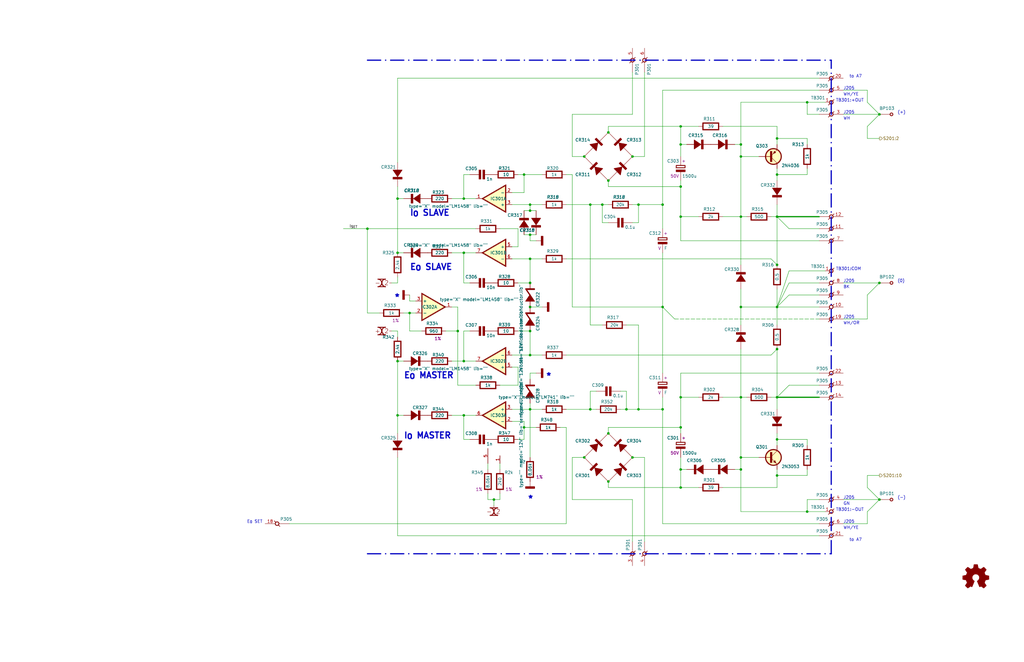
<source format=kicad_sch>
(kicad_sch (version 20211123) (generator eeschema)
  (paper "B")
  (title_block (title "MPS620M A3: ±20V, 1A Supply Assy 236-0678") (date "2022-06-28") (rev "0") (company "A design by KEPCO") (comment 3 "This schematic © 2022 Kuba Sunderland-Ober") (comment 4 "SPDX-License-Identifier: CERN-OHL-W"))
  (junction (at 327.66 185.42))
  (junction (at 789.94 165.1))
  (junction (at 693.42 50.8))
  (junction (at 223.52 119.38))
  (junction (at 464.82 76.2))
  (junction (at 708.66 25.4))
  (junction (at 789.94 127))
  (junction (at 266.7 193.04))
  (junction (at 624.84 27.94) (diameter 1.016))
  (junction (at 718.82 81.28))
  (junction (at 731.52 81.28))
  (junction (at 840.74 83.82))
  (junction (at 789.94 190.5))
  (junction (at 518.16 25.4) (diameter 1.016))
  (junction (at 685.8 185.42))
  (junction (at 287.02 180.34))
  (junction (at 762 119.38))
  (junction (at 223.52 109.22))
  (junction (at 645.16 129.54))
  (junction (at 518.16 88.9) (diameter 1.016))
  (junction (at 312.42 198.12))
  (junction (at 541.02 96.52) (diameter 1.016))
  (junction (at 541.02 25.4))
  (junction (at 751.84 144.78))
  (junction (at 167.64 106.68))
  (junction (at 624.84 48.26) (diameter 1.016))
  (junction (at 528.32 81.28) (diameter 1.016))
  (junction (at 287.02 91.44))
  (junction (at 840.74 63.5))
  (junction (at 256.54 182.88))
  (junction (at 609.6 172.72))
  (junction (at 220.98 180.34))
  (junction (at 815.34 99.06))
  (junction (at 312.42 129.54))
  (junction (at 340.36 43.18))
  (junction (at 693.42 35.56))
  (junction (at 327.66 73.66))
  (junction (at 624.84 25.4))
  (junction (at 601.98 157.48))
  (junction (at 685.8 165.1))
  (junction (at 662.94 116.84) (diameter 1.016))
  (junction (at 789.94 119.38))
  (junction (at 675.64 165.1))
  (junction (at 528.32 76.2) (diameter 1.016))
  (junction (at 312.42 167.64))
  (junction (at 637.54 220.98))
  (junction (at 650.24 50.8))
  (junction (at 731.52 66.04))
  (junction (at 264.16 172.72))
  (junction (at 541.02 50.8))
  (junction (at 528.32 96.52) (diameter 1.016))
  (junction (at 830.58 86.36))
  (junction (at 327.66 58.42))
  (junction (at 756.92 165.1))
  (junction (at 167.64 152.4))
  (junction (at 312.42 193.04))
  (junction (at 665.48 25.4))
  (junction (at 744.22 66.04))
  (junction (at 266.7 66.04))
  (junction (at 617.22 114.3))
  (junction (at 586.74 114.3))
  (junction (at 708.66 50.8))
  (junction (at 256.54 76.2))
  (junction (at 370.84 119.38))
  (junction (at 485.14 195.58))
  (junction (at 327.66 111.76))
  (junction (at 751.84 127))
  (junction (at 223.52 88.9))
  (junction (at 528.32 50.8) (diameter 1.016))
  (junction (at 223.52 149.86))
  (junction (at 340.36 215.9))
  (junction (at 744.22 144.78))
  (junction (at 736.6 104.14))
  (junction (at 528.32 25.4) (diameter 1.016))
  (junction (at 370.84 210.82))
  (junction (at 815.34 86.36))
  (junction (at 736.6 190.5))
  (junction (at 840.74 43.18))
  (junction (at 327.66 167.64))
  (junction (at 327.66 129.54))
  (junction (at 718.82 66.04))
  (junction (at 502.92 63.5) (diameter 1.016))
  (junction (at 312.42 91.44))
  (junction (at 223.52 129.54))
  (junction (at 718.82 190.5))
  (junction (at 502.92 88.9) (diameter 1.016))
  (junction (at 287.02 78.74))
  (junction (at 574.04 40.64))
  (junction (at 510.54 25.4) (diameter 1.016))
  (junction (at 751.84 190.5))
  (junction (at 287.02 60.96))
  (junction (at 586.74 157.48))
  (junction (at 708.66 66.04))
  (junction (at 825.5 73.66))
  (junction (at 193.04 139.7))
  (junction (at 172.72 132.08))
  (junction (at 220.98 73.66))
  (junction (at 746.76 215.9))
  (junction (at 195.58 152.4))
  (junction (at 736.6 124.46))
  (junction (at 223.52 172.72))
  (junction (at 800.1 127))
  (junction (at 195.58 175.26))
  (junction (at 645.16 111.76))
  (junction (at 223.52 99.06))
  (junction (at 657.86 215.9))
  (junction (at 533.4 76.2))
  (junction (at 256.54 203.2))
  (junction (at 327.66 91.44))
  (junction (at 490.22 76.2) (diameter 1.016))
  (junction (at 167.64 83.82))
  (junction (at 279.4 172.72))
  (junction (at 279.4 86.36))
  (junction (at 485.14 218.44))
  (junction (at 287.02 198.12))
  (junction (at 751.84 165.1))
  (junction (at 746.76 104.14))
  (junction (at 533.4 25.4))
  (junction (at 789.94 142.24))
  (junction (at 474.98 195.58))
  (junction (at 254 86.36))
  (junction (at 815.34 73.66))
  (junction (at 746.76 200.66))
  (junction (at 223.52 86.36))
  (junction (at 223.52 139.7))
  (junction (at 248.92 172.72))
  (junction (at 248.92 86.36))
  (junction (at 736.6 109.22))
  (junction (at 167.64 175.26))
  (junction (at 652.78 165.1))
  (junction (at 812.8 139.7))
  (junction (at 635 38.1) (diameter 1.016))
  (junction (at 287.02 167.64))
  (junction (at 541.02 81.28) (diameter 1.016))
  (junction (at 830.58 60.96))
  (junction (at 736.6 127))
  (junction (at 287.02 205.74))
  (junction (at 586.74 83.82))
  (junction (at 533.4 50.8))
  (junction (at 518.16 119.38) (diameter 1.016))
  (junction (at 287.02 53.34))
  (junction (at 695.96 185.42))
  (junction (at 614.68 38.1) (diameter 1.016))
  (junction (at 708.66 99.06))
  (junction (at 762 144.78))
  (junction (at 683.26 109.22) (diameter 1.016))
  (junction (at 312.42 66.04))
  (junction (at 208.28 210.82))
  (junction (at 269.24 86.36))
  (junction (at 246.38 66.04))
  (junction (at 312.42 60.96))
  (junction (at 474.98 218.44))
  (junction (at 762 190.5))
  (junction (at 256.54 55.88))
  (junction (at 195.58 83.82))
  (junction (at 650.24 25.4))
  (junction (at 154.94 96.52))
  (junction (at 584.2 25.4))
  (junction (at 327.66 200.66))
  (junction (at 327.66 147.32))
  (junction (at 269.24 172.72))
  (junction (at 762 124.46))
  (junction (at 640.08 165.1))
  (junction (at 195.58 106.68))
  (junction (at 279.4 129.54))
  (junction (at 370.84 48.26))
  (junction (at 246.38 193.04))
  (no_connect (at 711.2 233.68))
  (no_connect (at 726.44 233.68))
  (wire (pts (xy 751.84 165.1) (xy 756.92 165.1)))
  (wire (pts (xy 238.76 149.86) (xy 325.12 149.86)))
  (wire (pts (xy 617.22 114.3) (xy 614.68 114.3)))
  (wire (pts (xy 736.6 127) (xy 751.84 127)))
  (wire (pts (xy 340.36 58.42) (xy 327.66 58.42)))
  (wire (pts (xy 520.7 228.6) (xy 520.7 223.52)))
  (polyline (pts (xy 645.795 134.62) (xy 645.16 130.81)) (stroke (width 0) (type solid)))
  (wire (pts (xy 645.16 111.76) (xy 645.16 129.54)))
  (wire (pts (xy 312.42 147.32) (xy 312.42 167.64)))
  (wire (pts (xy 751.84 182.88) (xy 751.84 190.5)))
  (wire (pts (xy 563.88 223.52) (xy 551.18 223.52)))
  (wire (pts (xy 601.98 73.66) (xy 665.48 73.66)))
  (wire (pts (xy 744.22 144.78) (xy 744.22 147.32)))
  (wire (pts (xy 226.06 157.48) (xy 223.52 157.48)))
  (wire (pts (xy 167.64 193.04) (xy 167.64 226.06)))
  (wire (pts (xy 751.84 200.66) (xy 746.76 200.66)))
  (wire (pts (xy 220.98 185.42) (xy 218.44 185.42)))
  (polyline (pts (xy 154.94 25.4) (xy 350.52 25.4)) (stroke (width 0.508) (type dash_dot)))
  (wire (pts (xy 459.74 76.2) (xy 464.82 76.2)))
  (wire (pts (xy 637.54 220.98) (xy 640.08 220.98)))
  (wire (pts (xy 601.98 149.86) (xy 601.98 157.48)))
  (wire (pts (xy 167.64 175.26) (xy 167.64 182.88)))
  (wire (pts (xy 551.18 195.58) (xy 668.02 195.58)))
  (wire (pts (xy 172.72 132.08) (xy 175.26 132.08)))
  (wire (pts (xy 718.82 93.98) (xy 718.82 190.5)))
  (wire (pts (xy 167.64 152.4) (xy 167.64 175.26)))
  (wire (pts (xy 693.42 38.1) (xy 693.42 35.56)))
  (wire (pts (xy 510.54 25.4) (xy 518.16 25.4)))
  (wire (pts (xy 617.22 114.3) (xy 624.84 114.3)))
  (wire (pts (xy 749.3 22.86) (xy 731.52 22.86)))
  (wire (pts (xy 502.92 63.5) (xy 502.92 71.12)))
  (wire (pts (xy 223.52 172.72) (xy 223.52 193.04)))
  (wire (pts (xy 254 86.36) (xy 254 93.98)))
  (wire (pts (xy 215.9 86.36) (xy 223.52 86.36)))
  (wire (pts (xy 599.44 83.82) (xy 678.18 83.82)))
  (polyline (pts (xy 772.16 185.42) (xy 772.16 208.28)) (stroke (width 0.508) (type dash_dot)))
  (wire (pts (xy 708.66 25.4) (xy 718.82 25.4)))
  (wire (pts (xy 830.58 60.96) (xy 825.5 60.96)))
  (wire (pts (xy 718.82 45.72) (xy 718.82 66.04)))
  (wire (pts (xy 287.02 198.12) (xy 287.02 205.74)))
  (wire (pts (xy 736.6 182.88) (xy 736.6 190.5)))
  (wire (pts (xy 327.66 200.66) (xy 327.66 205.74)))
  (wire (pts (xy 502.92 81.28) (xy 502.92 88.9)))
  (wire (pts (xy 215.9 177.8) (xy 220.98 177.8)))
  (wire (pts (xy 345.44 96.52) (xy 332.74 96.52)))
  (wire (pts (xy 769.62 160.02) (xy 756.92 160.02)))
  (wire (pts (xy 541.02 43.18) (xy 541.02 50.8)))
  (wire (pts (xy 678.18 35.56) (xy 678.18 83.82)))
  (wire (pts (xy 327.66 200.66) (xy 340.36 200.66)))
  (wire (pts (xy 838.2 38.1) (xy 838.2 27.94)))
  (polyline (pts (xy 772.16 124.46) (xy 772.16 137.16)) (stroke (width 0.508) (type dash_dot)))
  (wire (pts (xy 200.66 96.52) (xy 154.94 96.52)))
  (wire (pts (xy 340.36 48.26) (xy 345.44 48.26)))
  (wire (pts (xy 256.54 203.2) (xy 256.54 205.74)))
  (wire (pts (xy 287.02 91.44) (xy 287.02 78.74)))
  (wire (pts (xy 154.94 96.52) (xy 154.94 132.08)))
  (wire (pts (xy 800.1 27.94) (xy 800.1 38.1)))
  (wire (pts (xy 523.24 223.52) (xy 541.02 223.52)))
  (wire (pts (xy 693.42 81.28) (xy 693.42 71.12)))
  (wire (pts (xy 312.42 129.54) (xy 312.42 121.92)))
  (wire (pts (xy 309.88 60.96) (xy 312.42 60.96)))
  (wire (pts (xy 198.12 73.66) (xy 195.58 73.66)))
  (wire (pts (xy 805.18 88.9) (xy 805.18 99.06)))
  (wire (pts (xy 762 149.86) (xy 769.62 149.86)))
  (wire (pts (xy 789.94 127) (xy 789.94 129.54)))
  (wire (pts (xy 485.14 190.5) (xy 485.14 195.58)))
  (wire (pts (xy 256.54 93.98) (xy 254 93.98)))
  (wire (pts (xy 528.32 119.38) (xy 528.32 111.76)))
  (wire (pts (xy 675.64 170.18) (xy 675.64 165.1)))
  (wire (pts (xy 474.98 190.5) (xy 474.98 195.58)))
  (wire (pts (xy 464.82 93.98) (xy 472.44 93.98)))
  (wire (pts (xy 574.04 116.84) (xy 574.04 149.86)))
  (wire (pts (xy 528.32 96.52) (xy 528.32 101.6)))
  (wire (pts (xy 510.54 96.52) (xy 528.32 96.52)))
  (wire (pts (xy 340.36 200.66) (xy 340.36 198.12)))
  (wire (pts (xy 365.76 134.62) (xy 355.6 134.62)))
  (polyline (pts (xy 457.2 254) (xy 500.38 254)) (stroke (width 0.508) (type dash_dot)))
  (wire (pts (xy 774.7 109.22) (xy 800.1 109.22)))
  (wire (pts (xy 617.22 220.98) (xy 599.44 220.98)))
  (wire (pts (xy 762 119.38) (xy 769.62 119.38)))
  (wire (pts (xy 693.42 35.56) (xy 701.04 35.56)))
  (wire (pts (xy 190.5 83.82) (xy 195.58 83.82)))
  (wire (pts (xy 574.04 40.64) (xy 576.58 40.64)))
  (wire (pts (xy 325.12 91.44) (xy 327.66 91.44)))
  (wire (pts (xy 708.66 40.64) (xy 708.66 50.8)))
  (wire (pts (xy 266.7 30.48) (xy 266.7 48.26)))
  (wire (pts (xy 812.8 129.54) (xy 812.8 127)))
  (wire (pts (xy 840.74 195.58) (xy 774.7 195.58)))
  (wire (pts (xy 815.34 96.52) (xy 815.34 99.06)))
  (wire (pts (xy 218.44 104.14) (xy 215.9 104.14)))
  (wire (pts (xy 624.84 50.8) (xy 650.24 50.8)))
  (wire (pts (xy 762 185.42) (xy 762 190.5)))
  (wire (pts (xy 195.58 106.68) (xy 200.66 106.68)))
  (wire (pts (xy 652.78 182.88) (xy 652.78 180.34)))
  (wire (pts (xy 264.16 165.1) (xy 264.16 172.72)))
  (wire (pts (xy 218.44 162.56) (xy 210.82 162.56)))
  (wire (pts (xy 840.74 63.5) (xy 835.66 60.96)))
  (wire (pts (xy 332.74 119.38) (xy 327.66 129.54)))
  (wire (pts (xy 279.4 38.1) (xy 279.4 86.36)))
  (wire (pts (xy 271.78 193.04) (xy 271.78 228.6)))
  (wire (pts (xy 731.52 66.04) (xy 744.22 66.04)))
  (wire (pts (xy 759.46 99.06) (xy 769.62 99.06)))
  (wire (pts (xy 365.76 38.1) (xy 365.76 43.18)))
  (wire (pts (xy 586.74 157.48) (xy 589.28 157.48)))
  (polyline (pts (xy 772.16 170.18) (xy 772.16 185.42)) (stroke (width 0.508) (type dash_dot)))
  (wire (pts (xy 269.24 86.36) (xy 269.24 93.98)))
  (wire (pts (xy 609.6 172.72) (xy 607.06 172.72)))
  (wire (pts (xy 599.44 13.97) (xy 599.44 63.5)))
  (wire (pts (xy 584.2 63.5) (xy 584.2 60.96)))
  (wire (pts (xy 574.04 40.64) (xy 574.04 43.18)))
  (wire (pts (xy 256.54 180.34) (xy 287.02 180.34)))
  (wire (pts (xy 601.98 73.66) (xy 601.98 139.7)))
  (wire (pts (xy 698.5 109.22) (xy 683.26 109.22)))
  (wire (pts (xy 200.66 152.4) (xy 195.58 152.4)))
  (wire (pts (xy 838.2 27.94) (xy 800.1 27.94)))
  (wire (pts (xy 533.4 25.4) (xy 541.02 25.4)))
  (wire (pts (xy 269.24 137.16) (xy 269.24 172.72)))
  (wire (pts (xy 210.82 208.28) (xy 210.82 210.82)))
  (wire (pts (xy 528.32 81.28) (xy 528.32 83.82)))
  (wire (pts (xy 464.82 129.54) (xy 632.46 129.54)))
  (wire (pts (xy 744.22 144.78) (xy 751.84 144.78)))
  (polyline (pts (xy 772.16 170.18) (xy 772.16 170.18)) (stroke (width 0.508) (type dash_dot)))
  (wire (pts (xy 223.52 86.36) (xy 223.52 88.9)))
  (wire (pts (xy 756.92 165.1) (xy 756.92 170.18)))
  (wire (pts (xy 574.04 106.68) (xy 574.04 101.6)))
  (wire (pts (xy 708.66 66.04) (xy 718.82 66.04)))
  (wire (pts (xy 683.26 109.22) (xy 683.26 106.68)))
  (wire (pts (xy 609.6 172.72) (xy 609.6 175.26)))
  (wire (pts (xy 195.58 139.7) (xy 198.12 139.7)))
  (wire (pts (xy 220.98 99.06) (xy 223.52 99.06)))
  (wire (pts (xy 279.4 129.54) (xy 279.4 106.68)))
  (wire (pts (xy 474.98 195.58) (xy 485.14 195.58)))
  (wire (pts (xy 218.44 73.66) (xy 220.98 73.66)))
  (wire (pts (xy 685.8 99.06) (xy 685.8 50.8)))
  (wire (pts (xy 762 124.46) (xy 767.08 124.46)))
  (polyline (pts (xy 581.66 78.74) (xy 581.66 111.76)))
  (wire (pts (xy 287.02 91.44) (xy 294.64 91.44)))
  (wire (pts (xy 309.88 198.12) (xy 312.42 198.12)))
  (wire (pts (xy 266.7 210.82) (xy 266.7 228.6)))
  (wire (pts (xy 241.3 129.54) (xy 279.4 129.54)))
  (wire (pts (xy 256.54 78.74) (xy 287.02 78.74)))
  (wire (pts (xy 736.6 127) (xy 736.6 124.46)))
  (wire (pts (xy 210.82 210.82) (xy 208.28 210.82)))
  (wire (pts (xy 685.8 170.18) (xy 685.8 165.1)))
  (polyline (pts (xy 500.38 254) (xy 500.38 147.32)) (stroke (width 0.508) (type dash_dot)))
  (wire (pts (xy 843.28 38.1) (xy 843.28 22.86)))
  (wire (pts (xy 708.66 99.06) (xy 685.8 99.06)))
  (wire (pts (xy 525.78 208.28) (xy 505.46 208.28)))
  (wire (pts (xy 528.32 195.58) (xy 541.02 195.58)))
  (wire (pts (xy 525.78 177.8) (xy 525.78 185.42)))
  (polyline (pts (xy 500.38 147.32) (xy 546.1 147.32)) (stroke (width 0.508) (type dash_dot)))
  (wire (pts (xy 708.66 63.5) (xy 708.66 66.04)))
  (wire (pts (xy 510.54 25.4) (xy 510.54 45.72)))
  (wire (pts (xy 208.28 210.82) (xy 208.28 213.36)))
  (wire (pts (xy 518.16 25.4) (xy 518.16 63.5)))
  (wire (pts (xy 840.74 43.18) (xy 843.28 38.1)))
  (wire (pts (xy 599.44 157.48) (xy 601.98 157.48)))
  (wire (pts (xy 241.3 48.26) (xy 241.3 66.04)))
  (wire (pts (xy 312.42 66.04) (xy 312.42 91.44)))
  (wire (pts (xy 490.22 76.2) (xy 492.76 76.2)))
  (wire (pts (xy 528.32 68.58) (xy 528.32 76.2)))
  (polyline (pts (xy 772.16 137.16) (xy 772.16 170.18)) (stroke (width 0.508) (type dash_dot)))
  (wire (pts (xy 708.66 124.46) (xy 736.6 124.46)))
  (wire (pts (xy 195.58 73.66) (xy 195.58 83.82)))
  (wire (pts (xy 650.24 25.4) (xy 665.48 25.4)))
  (wire (pts (xy 789.94 139.7) (xy 789.94 142.24)))
  (wire (pts (xy 668.02 170.18) (xy 660.4 170.18)))
  (wire (pts (xy 812.8 127) (xy 800.1 127)))
  (wire (pts (xy 490.22 93.98) (xy 490.22 76.2)))
  (wire (pts (xy 815.34 73.66) (xy 815.34 76.2)))
  (wire (pts (xy 340.36 215.9) (xy 312.42 215.9)))
  (wire (pts (xy 718.82 190.5) (xy 718.82 200.66)))
  (wire (pts (xy 256.54 205.74) (xy 287.02 205.74)))
  (wire (pts (xy 746.76 215.9) (xy 797.56 215.9)))
  (wire (pts (xy 789.94 182.88) (xy 789.94 190.5)))
  (wire (pts (xy 474.98 238.76) (xy 474.98 233.68)))
  (wire (pts (xy 325.12 149.86) (xy 327.66 147.32)))
  (wire (pts (xy 502.92 25.4) (xy 502.92 63.5)))
  (wire (pts (xy 756.92 160.02) (xy 756.92 165.1)))
  (wire (pts (xy 220.98 180.34) (xy 220.98 185.42)))
  (wire (pts (xy 266.7 86.36) (xy 269.24 86.36)))
  (wire (pts (xy 256.54 180.34) (xy 256.54 182.88)))
  (wire (pts (xy 673.1 215.9) (xy 683.26 215.9)))
  (wire (pts (xy 187.96 139.7) (xy 193.04 139.7)))
  (wire (pts (xy 195.58 83.82) (xy 200.66 83.82)))
  (wire (pts (xy 734.06 81.28) (xy 731.52 81.28)))
  (wire (pts (xy 520.7 88.9) (xy 518.16 88.9)))
  (wire (pts (xy 340.36 43.18) (xy 340.36 48.26)))
  (wire (pts (xy 541.02 93.98) (xy 541.02 96.52)))
  (wire (pts (xy 789.94 165.1) (xy 797.56 165.1)))
  (wire (pts (xy 327.66 129.54) (xy 312.42 129.54)))
  (wire (pts (xy 675.64 185.42) (xy 675.64 180.34)))
  (wire (pts (xy 762 139.7) (xy 762 144.78)))
  (wire (pts (xy 708.66 25.4) (xy 708.66 30.48)))
  (wire (pts (xy 218.44 154.94) (xy 218.44 162.56)))
  (wire (pts (xy 365.76 53.34) (xy 365.76 58.42)))
  (wire (pts (xy 660.4 129.54) (xy 657.86 129.54)))
  (wire (pts (xy 223.52 129.54) (xy 228.6 129.54)))
  (polyline (pts (xy 566.42 111.76) (xy 581.66 111.76)))
  (wire (pts (xy 167.64 78.74) (xy 167.64 83.82)))
  (wire (pts (xy 365.76 215.9) (xy 370.84 210.82)))
  (wire (pts (xy 736.6 190.5) (xy 751.84 190.5)))
  (wire (pts (xy 596.9 149.86) (xy 601.98 157.48)))
  (wire (pts (xy 340.36 73.66) (xy 340.36 71.12)))
  (wire (pts (xy 327.66 111.76) (xy 325.12 109.22)))
  (wire (pts (xy 528.32 93.98) (xy 528.32 96.52)))
  (wire (pts (xy 223.52 88.9) (xy 226.06 88.9)))
  (wire (pts (xy 744.22 48.26) (xy 746.76 48.26)))
  (wire (pts (xy 774.7 165.1) (xy 789.94 165.1)))
  (wire (pts (xy 751.84 119.38) (xy 751.84 127)))
  (wire (pts (xy 477.52 63.5) (xy 502.92 63.5)))
  (wire (pts (xy 751.84 160.02) (xy 751.84 165.1)))
  (wire (pts (xy 784.86 48.26) (xy 784.86 66.04)))
  (wire (pts (xy 840.74 83.82) (xy 833.12 86.36)))
  (wire (pts (xy 574.04 149.86) (xy 596.9 149.86)))
  (wire (pts (xy 751.84 144.78) (xy 751.84 149.86)))
  (wire (pts (xy 266.7 93.98) (xy 269.24 93.98)))
  (wire (pts (xy 708.66 50.8) (xy 723.9 50.8)))
  (wire (pts (xy 731.52 22.86) (xy 731.52 45.72)))
  (wire (pts (xy 525.78 195.58) (xy 525.78 208.28)))
  (polyline (pts (xy 721.36 208.28) (xy 772.16 208.28)) (stroke (width 0.508) (type dash_dot)))
  (wire (pts (xy 736.6 99.06) (xy 736.6 104.14)))
  (wire (pts (xy 218.44 119.38) (xy 223.52 119.38)))
  (wire (pts (xy 746.76 99.06) (xy 749.3 99.06)))
  (wire (pts (xy 518.16 119.38) (xy 528.32 119.38)))
  (wire (pts (xy 637.54 220.98) (xy 627.38 220.98)))
  (wire (pts (xy 645.16 101.6) (xy 645.16 111.76)))
  (wire (pts (xy 312.42 167.64) (xy 314.96 167.64)))
  (wire (pts (xy 541.02 81.28) (xy 528.32 81.28)))
  (wire (pts (xy 210.82 198.12) (xy 210.82 195.58)))
  (wire (pts (xy 655.32 223.52) (xy 657.86 223.52)))
  (wire (pts (xy 365.76 220.98) (xy 365.76 215.9)))
  (wire (pts (xy 340.36 187.96) (xy 340.36 185.42)))
  (wire (pts (xy 279.4 129.54) (xy 284.48 134.62)))
  (wire (pts (xy 746.76 104.14) (xy 767.08 104.14)))
  (wire (pts (xy 284.48 134.62) (xy 345.44 134.62)) (stroke (width 0) (type dash)))
  (wire (pts (xy 238.76 172.72) (xy 248.92 172.72)))
  (polyline (pts (xy 154.94 233.68) (xy 350.52 233.68)) (stroke (width 0.508) (type dash_dot)))
  (wire (pts (xy 144.78 96.52) (xy 154.94 96.52)))
  (wire (pts (xy 541.02 25.4) (xy 541.02 33.02)))
  (wire (pts (xy 668.02 175.26) (xy 660.4 175.26)))
  (wire (pts (xy 287.02 101.6) (xy 287.02 91.44)))
  (wire (pts (xy 612.14 38.1) (xy 614.68 38.1)))
  (wire (pts (xy 287.02 53.34) (xy 256.54 53.34)))
  (wire (pts (xy 774.7 149.86) (xy 797.56 149.86)))
  (wire (pts (xy 464.82 129.54) (xy 464.82 218.44)))
  (wire (pts (xy 698.5 124.46) (xy 683.26 124.46)))
  (wire (pts (xy 327.66 129.54) (xy 345.44 129.54)))
  (wire (pts (xy 347.98 43.18) (xy 340.36 43.18)))
  (wire (pts (xy 657.86 218.44) (xy 655.32 218.44)))
  (wire (pts (xy 345.44 162.56) (xy 332.74 162.56)))
  (wire (pts (xy 624.84 27.94) (xy 624.84 25.4)))
  (wire (pts (xy 208.28 210.82) (xy 205.74 210.82)))
  (wire (pts (xy 327.66 71.12) (xy 327.66 73.66)))
  (wire (pts (xy 304.8 53.34) (xy 327.66 53.34)))
  (wire (pts (xy 312.42 91.44) (xy 312.42 111.76)))
  (wire (pts (xy 238.76 180.34) (xy 238.76 220.98)))
  (wire (pts (xy 825.5 73.66) (xy 825.5 99.06)))
  (polyline (pts (xy 815.34 157.48) (xy 815.34 168.91)) (stroke (width 0) (type solid)))
  (wire (pts (xy 762 124.46) (xy 762 129.54)))
  (wire (pts (xy 744.22 81.28) (xy 749.3 81.28)))
  (wire (pts (xy 223.52 139.7) (xy 223.52 149.86)))
  (wire (pts (xy 477.52 88.9) (xy 502.92 88.9)))
  (wire (pts (xy 518.16 111.76) (xy 518.16 119.38)))
  (wire (pts (xy 789.94 127) (xy 800.1 127)))
  (wire (pts (xy 228.6 73.66) (xy 220.98 73.66)))
  (wire (pts (xy 167.64 226.06) (xy 345.44 226.06)))
  (wire (pts (xy 612.14 12.7) (xy 612.14 38.1)))
  (wire (pts (xy 327.66 185.42) (xy 327.66 187.96)))
  (wire (pts (xy 586.74 114.3) (xy 589.28 114.3)))
  (wire (pts (xy 751.84 205.74) (xy 751.84 200.66)))
  (wire (pts (xy 833.12 86.36) (xy 830.58 86.36)))
  (wire (pts (xy 193.04 162.56) (xy 200.66 162.56)))
  (wire (pts (xy 220.98 177.8) (xy 220.98 180.34)))
  (wire (pts (xy 327.66 167.64) (xy 327.66 172.72)))
  (wire (pts (xy 708.66 99.06) (xy 736.6 99.06)))
  (wire (pts (xy 327.66 73.66) (xy 327.66 76.2)))
  (polyline (pts (xy 772.16 124.46) (xy 772.16 124.46)) (stroke (width 0.508) (type dash_dot)))
  (wire (pts (xy 548.64 93.98) (xy 548.64 96.52)))
  (wire (pts (xy 518.16 88.9) (xy 518.16 101.6)))
  (wire (pts (xy 680.72 119.38) (xy 683.26 119.38)))
  (wire (pts (xy 279.4 129.54) (xy 279.4 157.48)))
  (wire (pts (xy 645.16 172.72) (xy 637.54 172.72)))
  (wire (pts (xy 749.3 109.22) (xy 746.76 109.22)))
  (wire (pts (xy 789.94 119.38) (xy 797.56 119.38)))
  (wire (pts (xy 695.96 226.06) (xy 673.1 226.06)))
  (wire (pts (xy 505.46 195.58) (xy 520.7 195.58)))
  (wire (pts (xy 805.18 73.66) (xy 815.34 73.66)))
  (wire (pts (xy 518.16 25.4) (xy 528.32 25.4)))
  (wire (pts (xy 482.6 93.98) (xy 490.22 93.98)))
  (wire (pts (xy 739.14 200.66) (xy 746.76 200.66)))
  (wire (pts (xy 345.44 119.38) (xy 332.74 119.38)))
  (wire (pts (xy 241.3 73.66) (xy 241.3 129.54)))
  (wire (pts (xy 165.1 119.38) (xy 167.64 119.38)))
  (polyline (pts (xy 815.34 157.48) (xy 833.12 157.48)) (stroke (width 0) (type solid)))
  (wire (pts (xy 223.52 170.18) (xy 223.52 172.72)))
  (wire (pts (xy 355.6 220.98) (xy 365.76 220.98)))
  (wire (pts (xy 754.38 88.9) (xy 805.18 88.9)))
  (wire (pts (xy 464.82 76.2) (xy 467.36 76.2)))
  (wire (pts (xy 731.52 66.04) (xy 728.98 66.04)))
  (wire (pts (xy 287.02 60.96) (xy 289.56 60.96)))
  (wire (pts (xy 708.66 109.22) (xy 736.6 109.22)))
  (wire (pts (xy 574.04 91.44) (xy 574.04 83.82)))
  (wire (pts (xy 744.22 48.26) (xy 744.22 66.04)))
  (wire (pts (xy 624.84 25.4) (xy 650.24 25.4)))
  (wire (pts (xy 762 119.38) (xy 762 124.46)))
  (wire (pts (xy 746.76 200.66) (xy 746.76 203.2)))
  (wire (pts (xy 195.58 119.38) (xy 195.58 106.68)))
  (wire (pts (xy 365.76 205.74) (xy 365.76 200.66)))
  (wire (pts (xy 662.94 215.9) (xy 657.86 215.9)))
  (wire (pts (xy 505.46 228.6) (xy 520.7 228.6)))
  (wire (pts (xy 165.1 139.7) (xy 167.64 139.7)))
  (wire (pts (xy 238.76 109.22) (xy 325.12 109.22)))
  (wire (pts (xy 736.6 104.14) (xy 736.6 109.22)))
  (wire (pts (xy 683.26 114.3) (xy 680.72 114.3)))
  (wire (pts (xy 678.18 35.56) (xy 693.42 35.56)))
  (wire (pts (xy 746.76 215.9) (xy 746.76 218.44)))
  (wire (pts (xy 708.66 50.8) (xy 708.66 53.34)))
  (wire (pts (xy 574.04 53.34) (xy 574.04 73.66)))
  (wire (pts (xy 238.76 86.36) (xy 248.92 86.36)))
  (wire (pts (xy 751.84 144.78) (xy 762 144.78)))
  (wire (pts (xy 220.98 73.66) (xy 220.98 81.28)))
  (wire (pts (xy 830.58 60.96) (xy 830.58 68.58)))
  (wire (pts (xy 805.18 139.7) (xy 812.8 139.7)))
  (wire (pts (xy 754.38 81.28) (xy 805.18 81.28)))
  (wire (pts (xy 685.8 165.1) (xy 675.64 165.1)))
  (wire (pts (xy 190.5 152.4) (xy 195.58 152.4)))
  (wire (pts (xy 789.94 165.1) (xy 789.94 172.72)))
  (wire (pts (xy 327.66 91.44) (xy 345.44 91.44)) (stroke (width 0.508)))
  (wire (pts (xy 223.52 109.22) (xy 223.52 119.38)))
  (wire (pts (xy 652.78 116.84) (xy 640.08 116.84)))
  (wire (pts (xy 487.68 76.2) (xy 490.22 76.2)))
  (wire (pts (xy 774.7 25.4) (xy 840.74 25.4)))
  (wire (pts (xy 510.54 55.88) (xy 510.54 96.52)))
  (wire (pts (xy 215.9 172.72) (xy 223.52 172.72)))
  (wire (pts (xy 223.52 86.36) (xy 228.6 86.36)))
  (wire (pts (xy 769.62 195.58) (xy 762 195.58)))
  (wire (pts (xy 198.12 185.42) (xy 195.58 185.42)))
  (wire (pts (xy 617.22 172.72) (xy 609.6 172.72)))
  (wire (pts (xy 167.64 175.26) (xy 170.18 175.26)))
  (wire (pts (xy 327.66 129.54) (xy 327.66 137.16)))
  (polyline (pts (xy 546.1 254) (xy 721.36 254)) (stroke (width 0.508) (type dash_dot)))
  (wire (pts (xy 172.72 127) (xy 175.26 127)))
  (wire (pts (xy 327.66 182.88) (xy 327.66 185.42)))
  (wire (pts (xy 167.64 106.68) (xy 170.18 106.68)))
  (wire (pts (xy 279.4 172.72) (xy 279.4 220.98)))
  (wire (pts (xy 731.52 55.88) (xy 731.52 66.04)))
  (polyline (pts (xy 566.42 111.76) (xy 566.42 78.74)))
  (wire (pts (xy 800.1 129.54) (xy 800.1 127)))
  (wire (pts (xy 198.12 119.38) (xy 195.58 119.38)))
  (wire (pts (xy 167.64 83.82) (xy 167.64 106.68)))
  (wire (pts (xy 312.42 66.04) (xy 320.04 66.04)))
  (wire (pts (xy 477.52 86.36) (xy 477.52 88.9)))
  (wire (pts (xy 731.52 81.28) (xy 718.82 81.28)))
  (wire (pts (xy 617.22 101.6) (xy 619.76 101.6)))
  (wire (pts (xy 492.76 60.96) (xy 492.76 76.2)))
  (wire (pts (xy 238.76 73.66) (xy 241.3 73.66)))
  (wire (pts (xy 264.16 172.72) (xy 269.24 172.72)))
  (wire (pts (xy 805.18 81.28) (xy 805.18 73.66)))
  (wire (pts (xy 541.02 83.82) (xy 541.02 81.28)))
  (wire (pts (xy 637.54 12.7) (xy 637.54 38.1)))
  (wire (pts (xy 474.98 200.66) (xy 474.98 195.58)))
  (wire (pts (xy 332.74 162.56) (xy 327.66 167.64)))
  (wire (pts (xy 220.98 88.9) (xy 223.52 88.9)))
  (wire (pts (xy 683.26 109.22) (xy 683.26 114.3)))
  (wire (pts (xy 685.8 144.78) (xy 744.22 144.78)))
  (wire (pts (xy 340.36 185.42) (xy 327.66 185.42)))
  (wire (pts (xy 751.84 165.1) (xy 751.84 172.72)))
  (wire (pts (xy 256.54 53.34) (xy 256.54 55.88)))
  (wire (pts (xy 665.48 25.4) (xy 690.88 25.4)))
  (wire (pts (xy 685.8 144.78) (xy 685.8 149.86)))
  (wire (pts (xy 830.58 86.36) (xy 815.34 86.36)))
  (wire (pts (xy 332.74 96.52) (xy 327.66 91.44)))
  (wire (pts (xy 193.04 139.7) (xy 193.04 162.56)))
  (wire (pts (xy 784.86 48.26) (xy 787.4 48.26)))
  (wire (pts (xy 312.42 167.64) (xy 312.42 193.04)))
  (wire (pts (xy 838.2 38.1) (xy 840.74 43.18)))
  (wire (pts (xy 746.76 109.22) (xy 746.76 104.14)))
  (wire (pts (xy 248.92 86.36) (xy 254 86.36)))
  (wire (pts (xy 533.4 50.8) (xy 528.32 50.8)))
  (wire (pts (xy 586.74 157.48) (xy 586.74 220.98)))
  (wire (pts (xy 744.22 88.9) (xy 749.3 88.9)))
  (wire (pts (xy 574.04 25.4) (xy 574.04 27.94)))
  (polyline (pts (xy 566.42 78.74) (xy 581.66 78.74)))
  (wire (pts (xy 586.74 114.3) (xy 586.74 157.48)))
  (wire (pts (xy 528.32 25.4) (xy 528.32 33.02)))
  (wire (pts (xy 287.02 60.96) (xy 287.02 66.04)))
  (wire (pts (xy 825.5 60.96) (xy 825.5 73.66)))
  (wire (pts (xy 256.54 76.2) (xy 256.54 78.74)))
  (wire (pts (xy 340.36 60.96) (xy 340.36 58.42)))
  (wire (pts (xy 751.84 129.54) (xy 751.84 127)))
  (wire (pts (xy 215.9 149.86) (xy 223.52 149.86)))
  (wire (pts (xy 327.66 58.42) (xy 327.66 60.96)))
  (wire (pts (xy 485.14 195.58) (xy 495.3 195.58)))
  (wire (pts (xy 193.04 129.54) (xy 190.5 129.54)))
  (wire (pts (xy 665.48 73.66) (xy 665.48 25.4)))
  (polyline (pts (xy 833.12 168.91) (xy 815.34 168.91)) (stroke (width 0) (type solid)))
  (wire (pts (xy 502.92 88.9) (xy 502.92 119.38)))
  (wire (pts (xy 332.74 124.46) (xy 345.44 124.46)))
  (wire (pts (xy 205.74 198.12) (xy 205.74 195.58)))
  (wire (pts (xy 340.36 215.9) (xy 340.36 210.82)))
  (wire (pts (xy 347.98 114.3) (xy 332.74 114.3)))
  (wire (pts (xy 340.36 43.18) (xy 312.42 43.18)))
  (wire (pts (xy 223.52 149.86) (xy 228.6 149.86)))
  (wire (pts (xy 312.42 198.12) (xy 312.42 193.04)))
  (wire (pts (xy 756.92 165.1) (xy 769.62 165.1)))
  (wire (pts (xy 840.74 63.5) (xy 840.74 55.88)))
  (wire (pts (xy 312.42 129.54) (xy 312.42 137.16)))
  (wire (pts (xy 495.3 177.8) (xy 485.14 177.8)))
  (wire (pts (xy 370.84 210.82) (xy 365.76 205.74)))
  (wire (pts (xy 533.4 50.8) (xy 541.02 50.8)))
  (wire (pts (xy 355.6 210.82) (xy 370.84 210.82)))
  (wire (pts (xy 502.92 25.4) (xy 510.54 25.4)))
  (wire (pts (xy 617.22 114.3) (xy 617.22 101.6)))
  (wire (pts (xy 370.84 48.26) (xy 365.76 53.34)))
  (wire (pts (xy 261.62 165.1) (xy 264.16 165.1)))
  (wire (pts (xy 604.52 114.3) (xy 599.44 114.3)))
  (wire (pts (xy 223.52 99.06) (xy 223.52 101.6)))
  (wire (pts (xy 683.26 215.9) (xy 683.26 251.46)))
  (wire (pts (xy 215.9 154.94) (xy 218.44 154.94)))
  (wire (pts (xy 254 86.36) (xy 256.54 86.36)))
  (wire (pts (xy 177.8 139.7) (xy 172.72 139.7)))
  (wire (pts (xy 287.02 193.04) (xy 287.02 198.12)))
  (wire (pts (xy 708.66 50.8) (xy 693.42 50.8)))
  (wire (pts (xy 289.56 198.12) (xy 287.02 198.12)))
  (wire (pts (xy 218.44 96.52) (xy 218.44 104.14)))
  (wire (pts (xy 683.26 251.46) (xy 563.88 251.46)))
  (wire (pts (xy 271.78 30.48) (xy 271.78 66.04)))
  (wire (pts (xy 774.7 58.42) (xy 774.7 99.06)))
  (wire (pts (xy 474.98 210.82) (xy 474.98 218.44)))
  (wire (pts (xy 774.7 38.1) (xy 774.7 25.4)))
  (wire (pts (xy 642.62 129.54) (xy 645.16 129.54)))
  (wire (pts (xy 789.94 142.24) (xy 800.1 142.24)))
  (wire (pts (xy 312.42 198.12) (xy 312.42 215.9)))
  (wire (pts (xy 805.18 99.06) (xy 815.34 99.06)))
  (wire (pts (xy 195.58 185.42) (xy 195.58 175.26)))
  (wire (pts (xy 695.96 185.42) (xy 695.96 226.06)))
  (wire (pts (xy 205.74 208.28) (xy 205.74 210.82)))
  (wire (pts (xy 464.82 218.44) (xy 474.98 218.44)))
  (wire (pts (xy 170.18 83.82) (xy 167.64 83.82)))
  (wire (pts (xy 287.02 167.64) (xy 294.64 167.64)))
  (wire (pts (xy 525.78 177.8) (xy 505.46 177.8)))
  (wire (pts (xy 261.62 172.72) (xy 264.16 172.72)))
  (wire (pts (xy 528.32 76.2) (xy 533.4 76.2)))
  (wire (pts (xy 640.08 165.1) (xy 652.78 165.1)))
  (wire (pts (xy 601.98 157.48) (xy 601.98 162.56)))
  (wire (pts (xy 640.08 175.26) (xy 640.08 165.1)))
  (wire (pts (xy 279.4 167.64) (xy 279.4 172.72)))
  (wire (pts (xy 287.02 180.34) (xy 287.02 167.64)))
  (wire (pts (xy 746.76 66.04) (xy 744.22 66.04)))
  (wire (pts (xy 769.62 139.7) (xy 762 139.7)))
  (wire (pts (xy 220.98 180.34) (xy 226.06 180.34)))
  (wire (pts (xy 167.64 119.38) (xy 167.64 116.84)))
  (wire (pts (xy 820.42 142.24) (xy 812.8 142.24)))
  (wire (pts (xy 327.66 198.12) (xy 327.66 200.66)))
  (wire (pts (xy 312.42 91.44) (xy 314.96 91.44)))
  (wire (pts (xy 495.3 208.28) (xy 485.14 208.28)))
  (wire (pts (xy 327.66 147.32) (xy 327.66 167.64)))
  (wire (pts (xy 701.04 25.4) (xy 708.66 25.4)))
  (wire (pts (xy 485.14 228.6) (xy 495.3 228.6)))
  (wire (pts (xy 708.66 66.04) (xy 708.66 99.06)))
  (wire (pts (xy 762 190.5) (xy 769.62 190.5)))
  (wire (pts (xy 172.72 139.7) (xy 172.72 132.08)))
  (wire (pts (xy 789.94 119.38) (xy 789.94 127)))
  (wire (pts (xy 520.7 195.58) (xy 520.7 213.36)))
  (polyline (pts (xy 350.52 233.68) (xy 350.52 25.4)) (stroke (width 0.508) (type dash_dot)))
  (wire (pts (xy 312.42 43.18) (xy 312.42 60.96)))
  (wire (pts (xy 746.76 104.14) (xy 746.76 99.06)))
  (wire (pts (xy 711.2 233.68) (xy 716.28 233.68)))
  (wire (pts (xy 756.92 66.04) (xy 784.86 66.04)))
  (wire (pts (xy 574.04 38.1) (xy 574.04 40.64)))
  (wire (pts (xy 685.8 180.34) (xy 685.8 185.42)))
  (wire (pts (xy 762 144.78) (xy 762 149.86)))
  (wire (pts (xy 345.44 101.6) (xy 287.02 101.6)))
  (wire (pts (xy 325.12 167.64) (xy 327.66 167.64)))
  (wire (pts (xy 327.66 73.66) (xy 340.36 73.66)))
  (wire (pts (xy 586.74 81.28) (xy 586.74 83.82)))
  (wire (pts (xy 474.98 218.44) (xy 485.14 218.44)))
  (wire (pts (xy 830.58 86.36) (xy 830.58 78.74)))
  (wire (pts (xy 327.66 91.44) (xy 327.66 86.36)))
  (wire (pts (xy 223.52 172.72) (xy 228.6 172.72)))
  (wire (pts (xy 269.24 86.36) (xy 279.4 86.36)))
  (wire (pts (xy 218.44 139.7) (xy 223.52 139.7)))
  (wire (pts (xy 769.62 185.42) (xy 762 185.42)))
  (wire (pts (xy 215.9 81.28) (xy 220.98 81.28)))
  (wire (pts (xy 190.5 175.26) (xy 195.58 175.26)))
  (wire (pts (xy 271.78 66.04) (xy 266.7 66.04)))
  (wire (pts (xy 355.6 38.1) (xy 365.76 38.1)))
  (wire (pts (xy 685.8 160.02) (xy 685.8 165.1)))
  (wire (pts (xy 195.58 175.26) (xy 200.66 175.26)))
  (wire (pts (xy 477.52 66.04) (xy 477.52 63.5)))
  (wire (pts (xy 668.02 165.1) (xy 675.64 165.1)))
  (wire (pts (xy 548.64 96.52) (xy 541.02 96.52)))
  (wire (pts (xy 347.98 215.9) (xy 340.36 215.9)))
  (wire (pts (xy 599.44 63.5) (xy 584.2 63.5)))
  (wire (pts (xy 528.32 76.2) (xy 528.32 81.28)))
  (wire (pts (xy 789.94 142.24) (xy 789.94 165.1)))
  (wire (pts (xy 365.76 58.42) (xy 370.84 58.42)))
  (wire (pts (xy 193.04 139.7) (xy 193.04 129.54)))
  (wire (pts (xy 668.02 106.68) (xy 662.94 106.68)))
  (wire (pts (xy 668.02 165.1) (xy 668.02 170.18)))
  (wire (pts (xy 190.5 106.68) (xy 195.58 106.68)))
  (wire (pts (xy 718.82 35.56) (xy 718.82 25.4)))
  (wire (pts (xy 304.8 205.74) (xy 327.66 205.74)))
  (wire (pts (xy 840.74 25.4) (xy 840.74 43.18)))
  (polyline (pts (xy 772.16 124.46) (xy 772.16 93.98)) (stroke (width 0.508) (type dash_dot)))
  (wire (pts (xy 121.92 220.98) (xy 238.76 220.98)))
  (wire (pts (xy 624.84 48.26) (xy 624.84 50.8)))
  (wire (pts (xy 584.2 25.4) (xy 584.2 35.56)))
  (polyline (pts (xy 772.16 137.16) (xy 772.16 137.16)) (stroke (width 0.508) (type dash_dot)))
  (wire (pts (xy 840.74 45.72) (xy 840.74 43.18)))
  (wire (pts (xy 167.64 68.58) (xy 167.64 33.02)))
  (polyline (pts (xy 721.36 254) (xy 721.36 208.28)) (stroke (width 0.508) (type dash_dot)))
  (wire (pts (xy 541.02 96.52) (xy 528.32 96.52)))
  (wire (pts (xy 800.1 58.42) (xy 800.1 109.22)))
  (wire (pts (xy 736.6 121.92) (xy 736.6 124.46)))
  (wire (pts (xy 762 129.54) (xy 769.62 129.54)))
  (wire (pts (xy 586.74 83.82) (xy 586.74 114.3)))
  (wire (pts (xy 251.46 172.72) (xy 248.92 172.72)))
  (wire (pts (xy 695.96 165.1) (xy 751.84 165.1)))
  (wire (pts (xy 485.14 177.8) (xy 485.14 180.34)))
  (wire (pts (xy 736.6 111.76) (xy 736.6 109.22)))
  (wire (pts (xy 657.86 223.52) (xy 657.86 226.06)))
  (wire (pts (xy 241.3 210.82) (xy 266.7 210.82)))
  (wire (pts (xy 365.76 43.18) (xy 370.84 48.26)))
  (wire (pts (xy 637.54 208.28) (xy 637.54 220.98)))
  (wire (pts (xy 365.76 124.46) (xy 365.76 134.62)))
  (wire (pts (xy 269.24 172.72) (xy 279.4 172.72)))
  (wire (pts (xy 548.64 83.82) (xy 548.64 81.28)))
  (wire (pts (xy 718.82 81.28) (xy 718.82 83.82)))
  (wire (pts (xy 223.52 157.48) (xy 223.52 160.02)))
  (wire (pts (xy 312.42 66.04) (xy 312.42 60.96)))
  (polyline (pts (xy 751.84 93.98) (xy 751.84 10.16)) (stroke (width 0.508) (type dash_dot)))
  (wire (pts (xy 474.98 218.44) (xy 474.98 223.52)))
  (polyline (pts (xy 833.12 157.48) (xy 833.12 168.91)) (stroke (width 0) (type solid)))
  (wire (pts (xy 345.44 38.1) (xy 279.4 38.1)))
  (wire (pts (xy 485.14 208.28) (xy 485.14 218.44)))
  (wire (pts (xy 640.08 111.76) (xy 645.16 111.76)))
  (wire (pts (xy 751.84 190.5) (xy 762 190.5)))
  (wire (pts (xy 660.4 129.54) (xy 660.4 134.62)))
  (wire (pts (xy 459.74 60.96) (xy 492.76 60.96)))
  (wire (pts (xy 241.3 193.04) (xy 241.3 210.82)))
  (wire (pts (xy 464.82 76.2) (xy 464.82 93.98)))
  (wire (pts (xy 563.88 251.46) (xy 563.88 223.52)))
  (wire (pts (xy 355.6 119.38) (xy 370.84 119.38)))
  (wire (pts (xy 327.66 121.92) (xy 327.66 129.54)))
  (wire (pts (xy 528.32 50.8) (xy 528.32 58.42)))
  (wire (pts (xy 645.16 101.6) (xy 642.62 101.6)))
  (wire (pts (xy 304.8 91.44) (xy 312.42 91.44)))
  (wire (pts (xy 485.14 218.44) (xy 485.14 228.6)))
  (polyline (pts (xy 546.1 147.32) (xy 546.1 254)) (stroke (width 0.508) (type dash_dot)))
  (wire (pts (xy 662.94 116.84) (xy 662.94 106.68)))
  (wire (pts (xy 327.66 53.34) (xy 327.66 58.42)))
  (wire (pts (xy 840.74 83.82) (xy 840.74 195.58)))
  (wire (pts (xy 279.4 220.98) (xy 345.44 220.98)))
  (wire (pts (xy 693.42 50.8) (xy 693.42 60.96)))
  (wire (pts (xy 332.74 114.3) (xy 327.66 129.54)))
  (polyline (pts (xy 772.16 93.98) (xy 751.84 93.98)) (stroke (width 0.508) (type dash_dot)))
  (wire (pts (xy 170.18 132.08) (xy 172.72 132.08)))
  (wire (pts (xy 327.66 129.54) (xy 332.74 124.46)))
  (wire (pts (xy 365.76 200.66) (xy 370.84 200.66)))
  (wire (pts (xy 695.96 165.1) (xy 695.96 185.42)))
  (wire (pts (xy 223.52 99.06) (xy 226.06 99.06)))
  (wire (pts (xy 650.24 25.4) (xy 650.24 33.02)))
  (wire (pts (xy 746.76 213.36) (xy 746.76 215.9)))
  (wire (pts (xy 685.8 185.42) (xy 695.96 185.42)))
  (wire (pts (xy 154.94 132.08) (xy 160.02 132.08)))
  (wire (pts (xy 195.58 152.4) (xy 195.58 139.7)))
  (wire (pts (xy 528.32 25.4) (xy 533.4 25.4)))
  (wire (pts (xy 533.4 76.2) (xy 543.56 76.2)))
  (wire (pts (xy 774.7 190.5) (xy 789.94 190.5)))
  (wire (pts (xy 635 38.1) (xy 637.54 38.1)))
  (wire (pts (xy 264.16 137.16) (xy 269.24 137.16)))
  (wire (pts (xy 287.02 182.88) (xy 287.02 180.34)))
  (wire (pts (xy 683.26 119.38) (xy 683.26 124.46)))
  (wire (pts (xy 223.52 101.6) (xy 226.06 101.6)))
  (wire (pts (xy 759.46 109.22) (xy 769.62 109.22)))
  (wire (pts (xy 541.02 50.8) (xy 546.1 50.8)))
  (wire (pts (xy 248.92 165.1) (xy 248.92 172.72)))
  (wire (pts (xy 774.7 119.38) (xy 789.94 119.38)))
  (wire (pts (xy 734.06 88.9) (xy 731.52 88.9)))
  (wire (pts (xy 657.86 215.9) (xy 657.86 208.28)))
  (wire (pts (xy 718.82 81.28) (xy 693.42 81.28)))
  (wire (pts (xy 731.52 66.04) (xy 731.52 68.58)))
  (wire (pts (xy 236.22 180.34) (xy 238.76 180.34)))
  (wire (pts (xy 736.6 172.72) (xy 736.6 127)))
  (wire (pts (xy 751.84 119.38) (xy 762 119.38)))
  (wire (pts (xy 327.66 167.64) (xy 345.44 167.64)) (stroke (width 0.508)))
  (wire (pts (xy 241.3 66.04) (xy 246.38 66.04)))
  (polyline (pts (xy 457.2 10.16) (xy 751.84 10.16)) (stroke (width 0.508) (type dash_dot)))
  (wire (pts (xy 502.92 119.38) (xy 518.16 119.38)))
  (wire (pts (xy 294.64 53.34) (xy 287.02 53.34)))
  (wire (pts (xy 685.8 185.42) (xy 675.64 185.42)))
  (wire (pts (xy 693.42 48.26) (xy 693.42 50.8)))
  (wire (pts (xy 731.52 88.9) (xy 731.52 81.28)))
  (wire (pts (xy 167.64 139.7) (xy 167.64 142.24)))
  (wire (pts (xy 287.02 53.34) (xy 287.02 60.96)))
  (wire (pts (xy 751.84 139.7) (xy 751.84 144.78)))
  (wire (pts (xy 835.66 60.96) (xy 830.58 60.96)))
  (wire (pts (xy 650.24 43.18) (xy 650.24 50.8)))
  (wire (pts (xy 657.86 215.9) (xy 657.86 218.44)))
  (wire (pts (xy 172.72 124.46) (xy 172.72 127)))
  (wire (pts (xy 215.9 109.22) (xy 223.52 109.22)))
  (polyline (pts (xy 652.78 134.62) (xy 645.795 134.62)) (stroke (width 0) (type solid)))
  (wire (pts (xy 543.56 25.4) (xy 541.02 25.4)))
  (wire (pts (xy 574.04 25.4) (xy 584.2 25.4)))
  (wire (pts (xy 548.64 81.28) (xy 541.02 81.28)))
  (wire (pts (xy 241.3 193.04) (xy 246.38 193.04)))
  (wire (pts (xy 271.78 193.04) (xy 266.7 193.04)))
  (wire (pts (xy 355.6 48.26) (xy 370.84 48.26)))
  (wire (pts (xy 584.2 45.72) (xy 584.2 50.8)))
  (wire (pts (xy 685.8 50.8) (xy 650.24 50.8)))
  (wire (pts (xy 586.74 83.82) (xy 589.28 83.82)))
  (wire (pts (xy 210.82 96.52) (xy 218.44 96.52)))
  (wire (pts (xy 287.02 78.74) (xy 287.02 76.2)))
  (wire (pts (xy 589.28 220.98) (xy 586.74 220.98)))
  (wire (pts (xy 731.52 78.74) (xy 731.52 81.28)))
  (wire (pts (xy 223.52 109.22) (xy 228.6 109.22)))
  (wire (pts (xy 167.64 152.4) (xy 170.18 152.4)))
  (wire (pts (xy 843.28 22.86) (xy 754.38 22.86)))
  (wire (pts (xy 327.66 91.44) (xy 327.66 111.76)))
  (wire (pts (xy 662.94 226.06) (xy 657.86 226.06)))
  (wire (pts (xy 751.84 205.74) (xy 769.62 205.74)))
  (wire (pts (xy 241.3 48.26) (xy 266.7 48.26)))
  (wire (pts (xy 365.76 124.46) (xy 370.84 119.38)))
  (wire (pts (xy 762 144.78) (xy 767.08 144.78)))
  (wire (pts (xy 718.82 190.5) (xy 736.6 190.5)))
  (wire (pts (xy 736.6 104.14) (xy 746.76 104.14)))
  (wire (pts (xy 668.02 175.26) (xy 668.02 195.58)))
  (wire (pts (xy 632.46 101.6) (xy 629.92 101.6)))
  (wire (pts (xy 287.02 157.48) (xy 345.44 157.48)))
  (wire (pts (xy 528.32 50.8) (xy 528.32 43.18)))
  (polyline (pts (xy 772.16 185.42) (xy 772.16 185.42)) (stroke (width 0.508) (type dash_dot)))
  (wire (pts (xy 789.94 190.5) (xy 797.56 190.5)))
  (wire (pts (xy 800.1 139.7) (xy 800.1 142.24)))
  (wire (pts (xy 279.4 86.36) (xy 279.4 96.52)))
  (wire (pts (xy 248.92 165.1) (xy 251.46 165.1)))
  (wire (pts (xy 756.92 48.26) (xy 762 48.26)))
  (wire (pts (xy 645.16 129.54) (xy 647.7 129.54)))
  (wire (pts (xy 167.64 33.02) (xy 345.44 33.02)))
  (wire (pts (xy 518.16 88.9) (xy 518.16 73.66)))
  (wire (pts (xy 287.02 205.74) (xy 294.64 205.74)))
  (wire (pts (xy 254 137.16) (xy 248.92 137.16)))
  (wire (pts (xy 665.48 116.84) (xy 662.94 116.84)))
  (wire (pts (xy 601.98 172.72) (xy 601.98 185.42)))
  (wire (pts (xy 762 195.58) (xy 762 190.5)))
  (wire (pts (xy 345.44 210.82) (xy 340.36 210.82)))
  (wire (pts (xy 304.8 167.64) (xy 312.42 167.64)))
  (wire (pts (xy 248.92 86.36) (xy 248.92 137.16)))
  (wire (pts (xy 312.42 193.04) (xy 320.04 193.04)))
  (wire (pts (xy 812.8 142.24) (xy 812.8 139.7)))
  (wire (pts (xy 287.02 167.64) (xy 287.02 157.48)))
  (wire (pts (xy 683.26 106.68) (xy 678.18 106.68)))
  (wire (pts (xy 584.2 25.4) (xy 624.84 25.4)))
  (text "YEL" (at 509.905 195.58 0) (effects (font (size 1.27 1.27)) (justify left bottom)))
  (text "I_{O} SLAVE" (at 172.72 91.44 0) (effects (font (size 2.54 2.54) (thickness 0.508) bold) (justify left bottom)))
  (text "J25" (at 774.065 194.31 0) (effects (font (size 1.27 1.27)) (justify left bottom)))
  (text "TB301:+OUT" (at 352.425 43.18 0) (effects (font (size 1.27 1.27)) (justify left bottom)))
  (text "J21" (at 775.335 98.425 0) (effects (font (size 1.27 1.27)) (justify left bottom)))
  (text "J205" (at 355.6 119.38 0) (effects (font (size 1.27 1.27)) (justify left bottom)))
  (text "J206" (at 548.64 194.31 0) (effects (font (size 1.27 1.27)) (justify left bottom)))
  (text "WH/YE" (at 355.6 40.64 0) (effects (font (size 1.27 1.27)) (justify left bottom)))
  (text "BK/WH" (at 786.765 195.58 0) (effects (font (size 1.27 1.27)) (justify left bottom)))
  (text "J206" (at 753.11 45.72 0) (effects (font (size 1.27 1.27)) (justify left bottom)))
  (text "GN" (at 757.555 48.26 0) (effects (font (size 1.27 1.27)) (justify left bottom)))
  (text "BU" (at 757.555 66.04 0) (effects (font (size 1.27 1.27)) (justify left bottom)))
  (text "PRE-DRIVER" (at 695.96 20.32 0) (effects (font (size 2.54 2.54) (thickness 0.508) bold) (justify left bottom)))
  (text "+S" (at 688.34 144.78 180) (effects (font (size 1.27 1.27)) (justify right bottom)))
  (text "WH/BU" (at 533.4 198.12 0) (effects (font (size 1.27 1.27)) (justify left bottom)))
  (text "BK/WH" (at 779.145 189.865 0) (effects (font (size 1.27 1.27)) (justify left bottom)))
  (text "E_{O} SLAVE" (at 172.72 114.3 0) (effects (font (size 2.54 2.54) (thickness 0.508) bold) (justify left bottom)))
  (text "0-6V VOLTAGE\nCONTROL" (at 515.62 233.68 0) (effects (font (size 1.27 1.27)) (justify left bottom)))
  (text "CHASSIS" (at 742.315 224.79 0) (effects (font (size 1.27 1.27) bold) (justify left bottom)))
  (text "THIN" (at 779.145 193.04 0) (effects (font (size 1.27 1.27)) (justify left bottom)))
  (text "V REGULATOR" (at 660.4 203.2 180) (effects (font (size 2.54 2.54) (thickness 0.508) bold) (justify right bottom)))
  (text "BK/YE" (at 757.555 88.9 0) (effects (font (size 1.27 1.27)) (justify left bottom)))
  (text "J206" (at 742.315 212.09 180) (effects (font (size 1.27 1.27)) (justify right bottom)))
  (text "*" (at 225.0454 212.1635 180) (effects (font (size 2.54 2.54) (thickness 0.508) bold) (justify right bottom)))
  (text "I_{O} LIMIT" (at 635 124.46 180) (effects (font (size 1.27 1.27)) (justify right bottom)))
  (text "TB301:COM" (at 352.425 114.3 0) (effects (font (size 1.27 1.27)) (justify left bottom)))
  (text "(-S)" (at 805.18 165.735 0) (effects (font (size 1.27 1.27)) (justify left bottom)))
  (text "J22" (at 774.065 108.585 0) (effects (font (size 1.27 1.27)) (justify left bottom)))
  (text "TB1:GND" (at 774.065 206.375 0) (effects (font (size 1.27 1.27)) (justify left bottom)))
  (text "BK/YE" (at 757.555 81.28 0) (effects (font (size 1.27 1.27)) (justify left bottom)))
  (text "J207" (at 753.11 20.32 0) (effects (font (size 1.27 1.27)) (justify left bottom)))
  (text "BK" (at 355.6 121.92 0) (effects (font (size 1.27 1.27)) (justify left bottom)))
  (text "to A7" (at 358.14 33.02 0) (effects (font (size 1.27 1.27)) (justify left bottom)))
  (text "E_{O} MASTER" (at 170.18 160.02 0) (effects (font (size 2.54 2.54) (thickness 0.508) bold) (justify left bottom)))
  (text "YE" (at 840.74 60.96 90) (effects (font (size 1.27 1.27)) (justify left bottom)))
  (text "FRONT VOLTAGE\nCONTROLS" (at 508 162.56 0) (effects (font (size 2.54 2.54) (thickness 0.508) bold) (justify left bottom)))
  (text "-6.2V" (at 627.38 129.54 180) (effects (font (size 1.27 1.27)) (justify right bottom)))
  (text "TB1:-O" (at 774.065 185.42 0) (effects (font (size 1.27 1.27)) (justify left bottom)))
  (text "J206" (at 774.065 123.825 0) (effects (font (size 1.27 1.27)) (justify left bottom)))
  (text "J205" (at 355.6 134.62 0) (effects (font (size 1.27 1.27)) (justify left bottom)))
  (text "FRONT\nPANEL" (at 817.88 167.64 0) (effects (font (size 2.54 2.54) (thickness 0.508) bold) (justify left bottom)))
  (text "RD" (at 757.555 22.86 0) (effects (font (size 1.27 1.27)) (justify left bottom)))
  (text "3xRD" (at 843.28 43.18 0) (effects (font (size 1.27 1.27)) (justify left bottom)))
  (text "J207" (at 753.745 86.36 0) (effects (font (size 1.27 1.27)) (justify left bottom)))
  (text "REFERENCE" (at 472.44 160.02 0) (effects (font (size 2.54 2.54) (thickness 0.508) bold) (justify left bottom)))
  (text "G=-10" (at 675.64 99.06 180) (effects (font (size 1.27 1.27)) (justify right bottom)))
  (text "J205" (at 355.6 210.82 0) (effects (font (size 1.27 1.27)) (justify left bottom)))
  (text "J27" (at 774.065 163.83 0) (effects (font (size 1.27 1.27)) (justify left bottom)))
  (text "I_{O} MASTER" (at 170.18 185.42 0) (effects (font (size 2.54 2.54) (thickness 0.508) bold) (justify left bottom)))
  (text "GN" (at 355.6 213.36 0) (effects (font (size 1.27 1.27)) (justify left bottom)))
  (text "YE" (at 774.7 62.23 90) (effects (font (size 1.27 1.27)) (justify left bottom)))
  (text "BK/WH\n\nTHICK" (at 843.28 109.22 90) (effects (font (size 1.27 1.27)) (justify left bottom)))
  (text "J206" (at 753.11 63.5 0) (effects (font (size 1.27 1.27)) (justify left bottom)))
  (text "WH/RD" (at 779.78 149.86 0) (effects (font (size 1.27 1.27)) (justify left bottom)))
  (text "(+S)" (at 805.18 150.495 0) (effects (font (size 1.27 1.27)) (justify left bottom)))
  (text "*" (at 829.31 145.415 180) (effects (font (size 2.54 2.54) (thickness 0.508) bold) (justify right bottom)))
  (text "J206" (at 502.285 194.31 0) (effects (font (size 1.27 1.27)) (justify left bottom)))
  (text "J26" (at 774.065 189.23 0) (effects (font (size 1.27 1.27)) (justify left bottom)))
  (text "BU" (at 784.86 48.26 0) (effects (font (size 1.27 1.27)) (justify left bottom)))
  (text "TB1:+O" (at 774.065 130.175 0) (effects (font (size 1.27 1.27)) (justify left bottom)))
  (text "CROWBAR\nLEVEL\nCONTROL\n4-8V" (at 523.24 175.26 0) (effects (font (size 1.27 1.27)) (justify left bottom)))
  (text "-5.4V" (at 652.78 134.62 180) (effects (font (size 1.27 1.27)) (justify right bottom)))
  (text "J206" (at 548.64 222.25 0) (effects (font (size 1.27 1.27)) (justify left bottom)))
  (text "J205" (at 355.6 220.98 0) (effects (font (size 1.27 1.27)) (justify left bottom)))
  (text "(-)" (at 378.46 210.82 0) (effects (font (size 1.27 1.27)) (justify left bottom)))
  (text "*" (at 232.7027 160.3913 180) (effects (font (size 2.54 2.54) (thickness 0.508) bold) (justify right bottom)))
  (text "SCR DRIVER" (at 566.42 20.32 0) (effects (font (size 2.54 2.54) (thickness 0.508) bold) (justify left bottom)))
  (text "WH" (at 780.415 109.22 0) (effects (font (size 1.27 1.27)) (justify left bottom)))
  (text "(+)" (at 378.46 48.26 0) (effects (font (size 1.27 1.27)) (justify left bottom)))
  (text "J206" (at 574.675 82.55 0) (effects (font (size 1.27 1.27)) (justify left bottom)))
  (text "TB1:+S" (at 774.065 140.335 0) (effects (font (size 1.27 1.27)) (justify left bottom)))
  (text "WH" (at 800.1 62.23 90) (effects (font (size 1.27 1.27)) (justify left bottom)))
  (text "AUX\nSCR" (at 604.52 160.02 0) (effects (font (size 2.54 2.54) (thickness 0.508) bold) (justify left bottom)))
  (text "WH" (at 355.6 50.8 0) (effects (font (size 1.27 1.27)) (justify left bottom)))
  (text "WH/PK" (at 508 177.8 0) (effects (font (size 1.27 1.27)) (justify left bottom)))
  (text "THICK" (at 786.765 198.12 0) (effects (font (size 1.27 1.27)) (justify left bottom)))
  (text "J206" (at 502.285 227.33 0) (effects (font (size 1.27 1.27)) (justify left bottom)))
  (text "TRANSFORMER\nSECONDARY" (at 807.72 48.26 0) (effects (font (size 2.54 2.54) (thickness 0.508) bold) (justify left bottom)))
  (text "PASS ELEMENTS" (at 772.16 17.78 0) (effects (font (size 2.54 2.54) (thickness 0.508) bold) (justify left bottom)))
  (text "WH/OR" (at 355.6 137.16 0) (effects (font (size 1.27 1.27)) (justify left bottom)))
  (text "to A7" (at 358.14 228.6 0) (effects (font (size 1.27 1.27)) (justify left bottom)))
  (text "J24" (at 774.065 118.11 0) (effects (font (size 1.27 1.27)) (justify left bottom)))
  (text "+S" (at 726.44 144.78 0) (effects (font (size 1.27 1.27)) (justify left bottom)))
  (text "RD" (at 774.7 37.465 90) (effects (font (size 1.27 1.27)) (justify left bottom)))
  (text "RD" (at 777.24 25.4 0) (effects (font (size 1.27 1.27)) (justify left bottom)))
  (text "E_{0} SET" (at 104.14 220.98 0) (effects (font (size 1.27 1.27)) (justify left bottom)))
  (text "BK/YE" (at 806.45 99.06 0) (effects (font (size 1.27 1.27)) (justify left bottom)))
  (text "(-)" (at 805.18 191.135 0) (effects (font (size 1.27 1.27)) (justify left bottom)))
  (text "J205" (at 355.6 38.1 0) (effects (font (size 1.27 1.27)) (justify left bottom)))
  (text "I_{O} SENSE AMP" (at 657.86 93.98 0) (effects (font (size 2.54 2.54) (thickness 0.508) bold) (justify left bottom)))
  (text "CROWBAR DETECTOR" (at 673.1 147.32 180) (effects (font (size 2.54 2.54) (thickness 0.508) bold) (justify right bottom)))
  (text "I_{O} REGULATOR" (at 617.22 93.98 0) (effects (font (size 2.54 2.54) (thickness 0.508) bold) (justify left bottom)))
  (text "(GROUND)" (at 804.545 216.535 0) (effects (font (size 1.27 1.27)) (justify left bottom)))
  (text "VT" (at 533.4 226.06 0) (effects (font (size 1.27 1.27)) (justify left bottom)))
  (text "TB301:-OUT" (at 352.425 215.9 0) (effects (font (size 1.27 1.27)) (justify left bottom)))
  (text "WH/YE" (at 355.6 223.52 0) (effects (font (size 1.27 1.27)) (justify left bottom)))
  (text "RD/WH" (at 779.145 119.38 0) (effects (font (size 1.27 1.27)) (justify left bottom)))
  (text "WH/BRN" (at 507.365 208.28 0) (effects (font (size 1.27 1.27)) (justify left bottom)))
  (text "J205" (at 355.6 48.26 0) (effects (font (size 1.27 1.27)) (justify left bottom)))
  (text "J23" (at 774.065 149.225 0) (effects (font (size 1.27 1.27)) (justify left bottom)))
  (text "BK" (at 574.04 106.68 90) (effects (font (size 1.27 1.27)) (justify left bottom)))
  (text "J206" (at 575.31 110.49 0) (effects (font (size 1.27 1.27)) (justify left bottom)))
  (text "RD" (at 574.04 88.9 90) (effects (font (size 1.27 1.27)) (justify left bottom)))
  (text "BRN" (at 509.27 228.6 0) (effects (font (size 1.27 1.27)) (justify left bottom)))
  (text "BK/YE" (at 806.45 73.66 0) (effects (font (size 1.27 1.27)) (justify left bottom)))
  (text "CROWBAR" (at 817.88 134.62 0) (effects (font (size 2.54 2.54) (thickness 0.508) bold) (justify left bottom)))
  (text "J206" (at 502.285 176.53 0) (effects (font (size 1.27 1.27)) (justify left bottom)))
  (text "*" (at 166.1874 127.1336 0) (effects (font (size 2.54 2.54) (thickness 0.508) bold) (justify left bottom)))
  (text "(0)" (at 378.46 119.38 0) (effects (font (size 1.27 1.27)) (justify left bottom)))
  (text "J206" (at 502.285 207.01 0) (effects (font (size 1.27 1.27)) (justify left bottom)))
  (text "PRE-DRIVER SUPPLY" (at 612.14 20.32 0) (effects (font (size 2.54 2.54) (thickness 0.508) bold) (justify left bottom)))
  (text "WH/BK" (at 779.78 165.1 0) (effects (font (size 1.27 1.27)) (justify left bottom)))
  (text "J207" (at 753.11 78.74 0) (effects (font (size 1.27 1.27)) (justify left bottom)))
  (text "GN" (at 817.88 142.24 0) (effects (font (size 1.27 1.27)) (justify left bottom)))
  (text "RD" (at 800.1 37.465 90) (effects (font (size 1.27 1.27)) (justify left bottom)))
  (text "AMPLIFIER SUPPLY" (at 505.46 20.32 0) (effects (font (size 2.54 2.54) (thickness 0.508) bold) (justify left bottom)))
  (label "SCR.TRIG" (at 574.04 63.5 90))
  (label "EREF" (at 617.22 129.54 180))
  (label "-S" (at 688.34 185.42 0))
  (label "EREF" (at 474.98 129.54 0))
  (label "VDRV" (at 601.98 128.905 90))
  (label "VDRV" (at 652.78 25.4 0))
  (label "VDRV" (at 576.58 25.4 0))
  (label "-S" (at 726.44 165.1 0))
  (label "+ISENSE" (at 726.44 99.06 0))
  (label "EREF" (at 477.52 218.44 0))
  (label "GATE" (at 586.74 99.06 90))
  (label "IND" (at 594.36 149.86 180))
  (label "(-)" (at 718.82 139.7 90))
  (label "VRET" (at 721.36 81.28 0))
  (label "-S" (at 690.88 226.06 180) (effects (font bold)))
  (label "-ISENSE" (at 739.14 127 0))
  (label "VDRV" (at 619.76 73.66 0))
  (label "GATE" (at 586.74 139.7 90))
  (label "I_{SET}" (at 147.32 96.52 0))
  (label "IND" (at 574.04 125.73 90))
  (label "GATE" (at 586.74 218.44 90))
  (label "+ISENSE" (at 652.78 50.8 0))
  (label "SCR.DRIVE" (at 599.44 40.64 90))
  (hierarchical_label "S102:12" (shape output) (at 777.24 170.18 0))
  (hierarchical_label "S102:6" (shape output) (at 777.24 104.14 0))
  (hierarchical_label "S201:2" (shape output) (at 370.84 58.42 0))
  (hierarchical_label "S201:10" (shape output) (at 370.84 200.66 0))
  (hierarchical_label "S102:3" (shape output) (at 777.24 144.78 0))
  (hierarchical_label "S102:9" (shape output) (at 777.24 124.46 0))
  (symbol (lib_id "Elektuur:V-GND") (at 474.98 190.5 180) (unit 1)
    (property "Reference" "#PWR?" (effects hide))
    (property "Value" "V-GND" (effects hide))
    (property "Label" "GND" (effects hide))
  )
  (symbol (lib_id "Elektuur:R") (at 586.74 76.2 180) (unit 1)
    (property "Reference" "R?" (at 584.835 72.39 0) (effects (justify left)))
    (property "Value" "10k" (at 586.74 76.2 90))
    (property "Indicator" "+" (effects hide))
    (property "Rating" "W" (effects hide))
  )
  (symbol (lib_id "Elektuur:R") (at 223.52 198.12 0) (unit 1)
    (property "Reference" "R?" (at 221.615 194.945 0) (effects (justify right)))
    (property "Value" "8.06k" (at 223.52 198.12 90))
    (property "Indicator" "+" (effects hide))
    (property "Rating" "1%" (at 226.06 201.295 0) (effects (justify left)))
  )
  (symbol (lib_id "Elektuur:C-polar") (at 279.4 101.6 0) (unit 1)
    (property "Reference" "C312" (at 278.765 98.425 0) (effects (justify right)))
    (property "Value" "F" (at 280.035 104.775 0) (effects (justify left)))
    (property "Indicator" "+" (at 280.67 98.425 0))
    (property "Rating" "V" (at 278.765 104.775 0) (effects (justify right)))
  )
  (symbol (lib_id "power:PWR_FLAG") (at 533.4 50.8 0) (mirror y) (unit 1)
    (property "Reference" "#FLG?" (effects hide))
    (property "Value" "PWR_FLAG" (effects hide))
  )
  (symbol (lib_id "Elektuur:D-Zener") (at 474.98 205.74 0) (mirror x) (unit 1)
    (property "Reference" "CR?" (at 474.345 201.295 0) (effects (justify right)))
    (property "Value" "6.2V" (at 477.52 205.74 0) (effects (justify left)))
    (property "Spice_Node_Sequence" "2 1" (effects hide))
    (property "Spice_Lib_File" "semiconductor.lib" (effects hide))
    (property "Rating" "W" (effects hide))
  )
  (symbol (lib_id "Elektuur:R") (at 340.36 66.04 0) (mirror x) (unit 1)
    (property "Reference" "R313" (at 339.09 60.96 0) (effects (justify right)))
    (property "Value" "1k" (at 340.36 66.04 90))
    (property "Indicator" "+" (effects hide))
    (property "Rating" "W" (effects hide))
  )
  (symbol (lib_id "Elektuur:R") (at 320.04 167.64 90) (unit 1)
    (property "Reference" "R304" (at 316.865 164.465 90) (effects (justify right)))
    (property "Value" "500" (at 320.04 167.64 90))
    (property "Indicator" "+" (effects hide))
    (property "Rating" "W" (effects hide))
  )
  (symbol (lib_id "Elektuur:R") (at 231.14 180.34 90) (unit 1)
    (property "Reference" "R348" (at 227.965 177.165 90) (effects (justify right)))
    (property "Value" "1k" (at 231.14 180.34 90))
    (property "Indicator" "+" (effects hide))
    (property "Rating" "W" (effects hide))
  )
  (symbol (lib_id "Elektuur:T-BJT-NPN") (at 525.78 88.9 0) (unit 1)
    (property "Reference" "Q?" (at 523.24 83.185 0) (effects (justify right)))
    (property "Value" "2N3053" (at 531.495 92.71 0) (effects (justify left)))
    (property "Spice_Model" "Q" (effects hide))
    (property "Spice_Primitive" "Q" (effects hide))
    (property "Spice_Lib_File" "semiconductor.lib" (effects hide))
  )
  (symbol (lib_id "Elektuur:D-Zener") (at 528.32 38.1 0) (mirror x) (unit 1)
    (property "Reference" "CR?" (at 527.685 33.655 0) (effects (justify right)))
    (property "Value" "1N963B" (at 529.59 43.18 0) (effects (justify left)))
    (property "Spice_Node_Sequence" "2 1" (effects hide))
    (property "Spice_Lib_File" "semiconductor.lib" (effects hide))
    (property "Rating" "W" (effects hide))
  )
  (symbol (lib_id "power:PWR_FLAG") (at 533.4 25.4 0) (unit 1)
    (property "Reference" "#FLG?" (effects hide))
    (property "Value" "PWR_FLAG" (effects hide))
  )
  (symbol (lib_id "Elektuur:K-socket-1") (at 802.64 190.5 0) (mirror y) (unit 1) (convert 2)
    (property "Reference" "BP?" (at 803.91 187.96 0) (effects (justify left)))
    (property "Value" "K-socket-1" (effects hide))
    (property "Spice_Primitive" "R" (effects hide))
  )
  (symbol (lib_id "power:PWR_FLAG") (at 533.4 76.2 0) (unit 1)
    (property "Reference" "#FLG?" (effects hide))
    (property "Value" "PWR_FLAG" (effects hide))
  )
  (symbol (lib_id "Elektuur:D") (at 226.06 93.98 0) (unit 1)
    (property "Reference" "CR318" (at 225.425 97.155 0) (effects (font bold italic) (justify right)))
    (property "Value" "D" (effects hide))
    (property "Spice_Node_Sequence" "2 1" (effects hide))
    (property "Spice_Lib_File" "semiconductor.lib" (effects hide))
    (property "Rating" "V/A" (effects hide))
  )
  (symbol (lib_id "Elektuur:D-45") (at 251.46 71.12 0) (mirror x) (unit 1) (in_bom no) (on_board no)
    (property "Reference" "CR311" (at 248.92 73.66 0) (effects (justify right)))
    (property "Value" "D-45" (effects hide))
    (property "Spice_Node_Sequence" "2 1" (effects hide))
    (property "Spice_Lib_File" "semiconductor.lib" (effects hide))
    (property "Rating" "V/A" (effects hide))
  )
  (symbol (lib_id "Elektuur:J-terminal-5") (at 350.52 43.18 0) (unit 1)
    (property "Reference" "TB?" (effects hide))
    (property "Value" "TB301" (at 347.98 41.275 0) (effects (justify right)))
    (property "Spice_Primitive" "R" (effects hide))
    (property "Spice_Model" "0" (effects hide))
  )
  (symbol (lib_id "Elektuur:J-terminal-thru-18") (at 574.04 111.76 90) (unit 3)
    (property "Reference" "P?" (effects hide))
    (property "Value" "P1" (at 572.77 116.84 90) (effects (justify left)))
    (property "Spice_Primitive" "R" (effects hide))
    (property "Spice_Model" "0" (effects hide))
  )
  (symbol (lib_id "Elektuur:D") (at 820.42 99.06 90) (mirror x) (unit 1)
    (property "Reference" "CR?" (at 815.975 95.885 90) (effects (justify right bottom)))
    (property "Value" "D" (effects hide))
    (property "Spice_Node_Sequence" "2 1" (effects hide))
    (property "Spice_Lib_File" "semiconductor.lib" (effects hide))
    (property "Rating" "V/A" (effects hide))
  )
  (symbol (lib_id "Elektuur:A-opamp-dual") (at 208.28 83.82 0) (mirror y) (unit 1)
    (property "Reference" "IC301" (at 210.185 83.82 0))
    (property "Value" "LM1458" (at 205.74 86.995 0) (effects (justify left)))
    (property "Spice_Primitive" "X" (effects hide))
  )
  (symbol (lib_id "Elektuur:R") (at 320.04 91.44 90) (unit 1)
    (property "Reference" "R315" (at 316.865 88.265 90) (effects (justify right)))
    (property "Value" "500" (at 320.04 91.44 90))
    (property "Indicator" "+" (effects hide))
    (property "Rating" "W" (effects hide))
  )
  (symbol (lib_id "Elektuur:J-terminal-thru-22") (at 350.52 101.6 180) (unit 7)
    (property "Reference" "P305" (effects hide))
    (property "Value" "P305" (at 349.25 99.695 0) (effects (justify left)))
    (property "Spice_Primitive" "R" (effects hide))
    (property "Spice_Model" "0" (effects hide))
  )
  (symbol (lib_id "Elektuur:T-BJT-heat") (at 706.12 35.56 0) (unit 1)
    (property "Reference" "#SYM?" (effects hide))
    (property "Value" "T-BJT-heat" (effects hide))
  )
  (symbol (lib_id "Elektuur:R") (at 233.68 109.22 90) (unit 1)
    (property "Reference" "R329" (at 230.505 106.045 90) (effects (justify right)))
    (property "Value" "1k" (at 233.68 109.22 90))
    (property "Indicator" "+" (effects hide))
    (property "Rating" "W" (effects hide))
  )
  (symbol (lib_id "Elektuur:J-terminal-thru-18") (at 574.04 78.74 270) (unit 1)
    (property "Reference" "P?" (effects hide))
    (property "Value" "P1" (at 572.77 73.66 90) (effects (justify right)))
    (property "Spice_Primitive" "R" (effects hide))
    (property "Spice_Model" "0" (effects hide))
  )
  (symbol (lib_id "Elektuur:A-opamp-dual") (at 472.44 33.02 0) (unit 3)
    (property "Reference" "IC?" (at 470.535 33.02 0))
    (property "Value" "LM1458" (effects hide))
    (property "Spice_Primitive" "X" (effects hide))
  )
  (symbol (lib_id "Elektuur:D") (at 175.26 175.26 90) (mirror x) (unit 1)
    (property "Reference" "CR327" (at 180.34 172.72 90) (effects (justify left bottom)))
    (property "Value" "D" (effects hide))
    (property "Spice_Node_Sequence" "2 1" (effects hide))
    (property "Spice_Lib_File" "semiconductor.lib" (effects hide))
    (property "Rating" "V/A" (effects hide))
  )
  (symbol (lib_id "Elektuur:J-terminal") (at 764.54 48.26 0) (mirror x) (unit 1)
    (property "Reference" "J?" (effects hide))
    (property "Value" "J-terminal" (effects hide))
    (property "Spice_Primitive" "R" (effects hide))
    (property "Spice_Model" "0" (effects hide))
  )
  (symbol (lib_id "Elektuur:C") (at 624.84 101.6 90) (unit 1)
    (property "Reference" "C?" (at 622.935 99.06 90) (effects (justify left)))
    (property "Value" "0.01u" (at 627.38 103.505 90) (effects (justify right)))
    (property "Indicator" "+" (effects hide))
    (property "Rating" "V" (effects hide))
  )
  (symbol (lib_id "Elektuur:D") (at 294.64 198.12 270) (unit 1)
    (property "Reference" "CR306" (at 289.56 194.31 90) (effects (justify left)))
    (property "Value" "D" (effects hide))
    (property "Spice_Node_Sequence" "2 1" (effects hide))
    (property "Spice_Lib_File" "semiconductor.lib" (effects hide))
    (property "Rating" "V/A" (effects hide))
  )
  (symbol (lib_id "Elektuur:D") (at 327.66 177.8 0) (unit 1)
    (property "Reference" "CR331" (at 327.025 174.625 0) (effects (justify right)))
    (property "Value" "D" (effects hide))
    (property "Spice_Node_Sequence" "2 1" (effects hide))
    (property "Spice_Lib_File" "semiconductor.lib" (effects hide))
    (property "Rating" "V/A" (effects hide))
  )
  (symbol (lib_id "Elektuur:R") (at 185.42 83.82 90) (unit 1)
    (property "Reference" "R323" (at 182.245 81.915 90) (effects (justify right top)))
    (property "Value" "220" (at 185.42 83.82 90))
    (property "Indicator" "+" (effects hide))
    (property "Rating" "W" (effects hide))
  )
  (symbol (lib_id "Elektuur:J-terminal-thru-22") (at 350.52 162.56 180) (unit 13)
    (property "Reference" "P305" (effects hide))
    (property "Value" "P305" (at 349.25 160.655 0) (effects (justify left)))
    (property "Spice_Primitive" "R" (effects hide))
    (property "Spice_Model" "0" (effects hide))
  )
  (symbol (lib_id "Elektuur:V-GND") (at 746.76 218.44 0) (unit 1)
    (property "Reference" "#PWR?" (effects hide))
    (property "Value" "V-GND" (effects hide))
    (property "Label" "GND" (effects hide))
  )
  (symbol (lib_id "Elektuur:J-terminal-thru-22") (at 350.52 220.98 180) (unit 6)
    (property "Reference" "P?" (effects hide))
    (property "Value" "P305" (at 349.25 219.075 0) (effects (justify left)))
    (property "Spice_Primitive" "R" (effects hide))
    (property "Spice_Model" "0" (effects hide))
  )
  (symbol (lib_id "Elektuur:R") (at 299.72 91.44 90) (unit 1)
    (property "Reference" "R312" (at 296.545 88.265 90) (effects (justify right)))
    (property "Value" "2k" (at 299.72 91.44 90))
    (property "Indicator" "+" (effects hide))
    (property "Rating" "W" (effects hide))
  )
  (symbol (lib_id "Elektuur:R") (at 609.6 180.34 0) (mirror x) (unit 1)
    (property "Reference" "R?" (at 607.06 175.895 0) (effects (justify right)))
    (property "Value" "1k0" (at 609.6 180.34 90))
    (property "Indicator" "+" (effects hide))
    (property "Rating" "W" (effects hide))
  )
  (symbol (lib_id "Elektuur:J-terminal-thru-3") (at 751.84 88.9 0) (unit 2)
    (property "Reference" "P?" (effects hide))
    (property "Value" "P2" (at 749.3 85.725 0) (effects (justify right)))
    (property "Spice_Primitive" "R" (effects hide))
    (property "Spice_Model" "0" (effects hide))
  )
  (symbol (lib_id "Elektuur:R") (at 723.9 200.66 90) (unit 1)
    (property "Reference" "R?" (at 720.725 198.755 90) (effects (justify right top)))
    (property "Value" "10" (at 723.9 200.66 90))
    (property "Indicator" "+" (effects hide))
    (property "Rating" "W" (effects hide))
  )
  (symbol (lib_id "Elektuur:D") (at 739.14 81.28 90) (mirror x) (unit 1)
    (property "Reference" "CR?" (at 734.695 78.105 90) (effects (justify right bottom)))
    (property "Value" "D" (effects hide))
    (property "Spice_Node_Sequence" "2 1" (effects hide))
    (property "Spice_Lib_File" "semiconductor.lib" (effects hide))
    (property "Rating" "V/A" (effects hide))
  )
  (symbol (lib_id "Elektuur:J-terminal-thru-6") (at 271.78 233.68 270) (mirror x) (unit 4)
    (property "Reference" "P301" (effects hide))
    (property "Value" "P301" (at 269.875 232.41 0) (effects (justify left)))
    (property "Spice_Primitive" "R" (effects hide))
    (property "Spice_Model" "0" (effects hide))
  )
  (symbol (lib_id "Elektuur:D-45") (at 629.92 43.18 90) (mirror x) (unit 1) (in_bom no) (on_board no)
    (property "Reference" "CR3_?" (effects hide))
    (property "Value" "D-45" (effects hide))
    (property "Spice_Node_Sequence" "2 1" (effects hide))
    (property "Spice_Lib_File" "semiconductor.lib" (effects hide))
    (property "Rating" "V/A" (effects hide))
  )
  (symbol (lib_id "Elektuur:R") (at 584.2 55.88 180) (unit 1)
    (property "Reference" "R?" (at 582.295 52.07 0) (effects (justify left)))
    (property "Value" "220" (at 584.2 55.88 90))
    (property "Indicator" "+" (effects hide))
    (property "Rating" "W" (effects hide))
  )
  (symbol (lib_id "Elektuur:A-opamp") (at 208.28 175.26 180) (unit 1)
    (property "Reference" "IC303" (at 210.185 175.26 0))
    (property "Value" "LM741" (at 210.185 167.64 0) (effects (justify right)))
    (property "Spice_Primitive" "X" (effects hide))
  )
  (symbol (lib_id "Elektuur:J-terminal-thru-18") (at 751.84 66.04 0) (unit 8)
    (property "Reference" "P?" (effects hide))
    (property "Value" "P1" (at 748.03 62.865 0) (effects (justify right)))
    (property "Spice_Primitive" "R" (effects hide))
    (property "Spice_Model" "0" (effects hide))
  )
  (symbol (lib_id "Elektuur:D") (at 820.42 73.66 90) (mirror x) (unit 1)
    (property "Reference" "CR?" (at 815.975 70.485 90) (effects (justify right bottom)))
    (property "Value" "D" (effects hide))
    (property "Spice_Node_Sequence" "2 1" (effects hide))
    (property "Spice_Lib_File" "semiconductor.lib" (effects hide))
    (property "Rating" "V/A" (effects hide))
  )
  (symbol (lib_id "Elektuur:J-terminal") (at 774.7 55.88 270) (mirror x) (unit 1)
    (property "Reference" "J?" (effects hide))
    (property "Value" "J-terminal" (effects hide))
    (property "Spice_Primitive" "R" (effects hide))
    (property "Spice_Model" "0" (effects hide))
  )
  (symbol (lib_id "Elektuur:C") (at 734.06 200.66 90) (unit 1) (convert 2)
    (property "Reference" "C?" (at 728.98 197.485 90) (effects (justify right)))
    (property "Value" "0.1u" (at 734.695 204.47 90) (effects (justify right)))
    (property "Indicator" "+" (effects hide))
    (property "Rating" "600V" (at 732.79 204.47 90) (effects (justify left)))
  )
  (symbol (lib_id "Elektuur:J-terminal-thru-18") (at 772.16 124.46 0) (unit 13)
    (property "Reference" "P?" (effects hide))
    (property "Value" "P1" (at 769.62 121.285 0) (effects (justify right)))
    (property "Spice_Primitive" "R" (effects hide))
    (property "Spice_Model" "0" (effects hide))
  )
  (symbol (lib_id "Elektuur:R") (at 685.8 175.26 180) (unit 1)
    (property "Reference" "R?" (at 683.895 171.45 0) (effects (justify left)))
    (property "Value" "2.74k" (at 685.8 175.26 90))
    (property "Indicator" "+" (effects hide))
    (property "Rating" "1%" (at 687.705 179.07 0) (effects (justify right)))
  )
  (symbol (lib_id "Graphic:Logo_Open_Hardware_Small") (at 411.48 243.84 0) (unit 1)
    (property "Reference" "#LOGO?" (effects hide))
    (property "Value" "Logo_Open_Hardware_Small" (effects hide))
  )
  (symbol (lib_id "Elektuur:D-45") (at 629.92 33.02 0) (mirror x) (unit 1) (in_bom no) (on_board no)
    (property "Reference" "CR3_?" (effects hide))
    (property "Value" "D-45" (effects hide))
    (property "Spice_Node_Sequence" "2 1" (effects hide))
    (property "Spice_Lib_File" "semiconductor.lib" (effects hide))
    (property "Rating" "V/A" (effects hide))
  )
  (symbol (lib_id "Elektuur:J-terminal") (at 772.16 109.22 180) (unit 1)
    (property "Reference" "QD?" (at 770.255 107.315 0) (effects (justify left)))
    (property "Value" "J-terminal" (effects hide))
    (property "Spice_Primitive" "R" (effects hide))
    (property "Spice_Model" "0" (effects hide))
  )
  (symbol (lib_id "Elektuur:R") (at 259.08 137.16 90) (unit 1)
    (property "Reference" "R317" (at 255.905 133.985 90) (effects (justify right)))
    (property "Value" "20k" (at 259.08 137.16 90))
    (property "Indicator" "+" (effects hide))
    (property "Rating" "W" (effects hide))
  )
  (symbol (lib_id "Elektuur:J-terminal-thru-22") (at 350.52 38.1 180) (unit 5)
    (property "Reference" "P305" (effects hide))
    (property "Value" "P305" (at 349.25 36.195 0) (effects (justify left)))
    (property "Spice_Primitive" "R" (effects hide))
    (property "Spice_Model" "0" (effects hide))
  )
  (symbol (lib_id "Elektuur:R") (at 668.02 215.9 90) (unit 1)
    (property "Reference" "R?" (at 664.845 213.995 90) (effects (justify right top)))
    (property "Value" "1k" (at 668.02 215.9 90))
    (property "Indicator" "+" (effects hide))
    (property "Rating" "W" (effects hide))
  )
  (symbol (lib_id "Elektuur:T-BJT-NPN") (at 797.56 48.26 0) (unit 1)
    (property "Reference" "Q?" (at 797.56 41.275 0) (effects (justify right)))
    (property "Value" "2N3054" (at 802.005 53.34 0) (effects (justify left)))
    (property "Spice_Model" "Q" (effects hide))
    (property "Spice_Primitive" "Q" (effects hide))
    (property "Spice_Lib_File" "semiconductor.lib" (effects hide))
  )
  (symbol (lib_id "Elektuur:R") (at 668.02 226.06 90) (unit 1)
    (property "Reference" "R?" (at 664.845 224.155 90) (effects (justify right top)))
    (property "Value" "1k" (at 668.02 226.06 90))
    (property "Indicator" "+" (effects hide))
    (property "Rating" "W" (effects hide))
  )
  (symbol (lib_id "Elektuur:D-45") (at 251.46 60.96 180) (unit 1)
    (property "Reference" "CR314" (at 248.92 59.055 0) (effects (justify left)))
    (property "Value" "D-45" (effects hide))
    (property "Spice_Node_Sequence" "2 1" (effects hide))
    (property "Spice_Lib_File" "semiconductor.lib" (effects hide))
    (property "Rating" "V/A" (effects hide))
  )
  (symbol (lib_id "Elektuur:J-terminal-thru-18") (at 500.38 195.58 0) (unit 10)
    (property "Reference" "P?" (effects hide))
    (property "Value" "P1" (at 495.935 193.675 0) (effects (justify right)))
    (property "Spice_Primitive" "R" (effects hide))
    (property "Spice_Model" "0" (effects hide))
  )
  (symbol (lib_id "Elektuur:D-Zener") (at 518.16 106.68 0) (mirror x) (unit 1)
    (property "Reference" "CR?" (at 516.89 102.235 0) (effects (justify right)))
    (property "Value" "6.8V" (at 518.795 111.125 0) (effects (justify left)))
    (property "Spice_Node_Sequence" "2 1" (effects hide))
    (property "Spice_Lib_File" "semiconductor.lib" (effects hide))
    (property "Rating" "W" (effects hide))
  )
  (symbol (lib_id "Elektuur:R") (at 205.74 162.56 90) (unit 1)
    (property "Reference" "R338" (at 202.565 159.385 90) (effects (justify right)))
    (property "Value" "1k" (at 205.74 162.56 90))
    (property "Indicator" "+" (effects hide))
    (property "Rating" "W" (effects hide))
  )
  (symbol (lib_id "Elektuur:R") (at 718.82 40.64 180) (unit 1)
    (property "Reference" "R?" (at 716.915 36.83 0) (effects (justify left)))
    (property "Value" "560" (at 718.82 40.64 90))
    (property "Indicator" "+" (effects hide))
    (property "Rating" "W" (effects hide))
  )
  (symbol (lib_id "Elektuur:J-terminal-thru-22") (at 350.52 96.52 180) (unit 11)
    (property "Reference" "P?" (effects hide))
    (property "Value" "P305" (at 349.25 94.615 0) (effects (justify left)))
    (property "Spice_Primitive" "R" (effects hide))
    (property "Spice_Model" "0" (effects hide))
  )
  (symbol (lib_id "Elektuur:R") (at 185.42 152.4 90) (unit 1)
    (property "Reference" "R340" (at 182.245 150.495 90) (effects (justify right top)))
    (property "Value" "220" (at 185.42 152.4 90))
    (property "Indicator" "+" (effects hide))
    (property "Rating" "W" (effects hide))
  )
  (symbol (lib_id "Elektuur:D-Zener") (at 223.52 134.62 0) (mirror x) (unit 1)
    (property "Reference" "CR324" (at 226.06 139.7 90) (effects (justify right top)))
    (property "Value" "12V" (at 219.71 130.175 90) (effects (justify left)))
    (property "Spice_Node_Sequence" "2 1" (effects hide))
    (property "Spice_Lib_File" "semiconductor.lib" (effects hide))
    (property "Rating" "W" (effects hide))
  )
  (symbol (lib_id "Elektuur:C") (at 675.64 175.26 180) (unit 1)
    (property "Reference" "C?" (at 675.005 172.085 0) (effects (justify left)))
    (property "Value" "100p" (at 676.275 178.435 0) (effects (justify right)))
    (property "Indicator" "+" (effects hide))
    (property "Rating" "V" (effects hide))
  )
  (symbol (lib_id "Elektuur:D") (at 175.26 152.4 90) (mirror x) (unit 1)
    (property "Reference" "CR326" (at 180.34 149.86 90) (effects (justify left bottom)))
    (property "Value" "D" (effects hide))
    (property "Spice_Node_Sequence" "2 1" (effects hide))
    (property "Spice_Lib_File" "semiconductor.lib" (effects hide))
    (property "Rating" "V/A" (effects hide))
  )
  (symbol (lib_id "Elektuur:P") (at 520.7 218.44 0) (unit 1)
    (property "Reference" "R?" (at 519.43 212.725 0) (effects (justify right)))
    (property "Value" "7k" (effects hide))
    (property "Spice_Primitive" "A" (effects hide))
    (property "Spice_Model" "lin7k" (at 524.51 221.615 0) (effects (justify left)))
    (property "Spice_Lib_File" "potentiometer.lib" (effects hide))
  )
  (symbol (lib_id "Elektuur:R") (at 340.36 193.04 0) (mirror x) (unit 1)
    (property "Reference" "R305" (at 339.09 187.96 0) (effects (justify right)))
    (property "Value" "1k" (at 340.36 193.04 90))
    (property "Indicator" "+" (effects hide))
    (property "Rating" "W" (effects hide))
  )
  (symbol (lib_id "Elektuur:R") (at 541.02 38.1 0) (unit 1)
    (property "Reference" "R?" (at 539.115 34.925 0) (effects (justify right)))
    (property "Value" "1.2k" (at 541.02 38.1 90))
    (property "Indicator" "+" (effects hide))
    (property "Rating" "W" (effects hide))
  )
  (symbol (lib_id "Elektuur:D") (at 175.26 106.68 270) (unit 1)
    (property "Reference" "CR320" (at 170.18 104.14 90) (effects (justify left bottom)))
    (property "Value" "D" (effects hide))
    (property "Spice_Node_Sequence" "2 1" (effects hide))
    (property "Spice_Lib_File" "semiconductor.lib" (effects hide))
    (property "Rating" "V/A" (effects hide))
  )
  (symbol (lib_id "Elektuur:R") (at 693.42 43.18 180) (unit 1)
    (property "Reference" "R?" (at 691.515 39.37 0) (effects (justify left)))
    (property "Value" "2.2k" (at 693.42 43.18 90))
    (property "Indicator" "+" (effects hide))
    (property "Rating" "W" (effects hide))
  )
  (symbol (lib_id "Elektuur:D") (at 312.42 142.24 0) (mirror x) (unit 1)
    (property "Reference" "CR328" (at 311.785 139.065 0) (effects (justify right)))
    (property "Value" "D" (effects hide))
    (property "Spice_Node_Sequence" "2 1" (effects hide))
    (property "Spice_Lib_File" "semiconductor.lib" (effects hide))
    (property "Rating" "V/A" (effects hide))
  )
  (symbol (lib_id "Elektuur:D") (at 175.26 83.82 270) (unit 1)
    (property "Reference" "CR318" (at 170.18 81.28 90) (effects (font bold italic) (justify left bottom)))
    (property "Value" "D" (effects hide))
    (property "Spice_Node_Sequence" "2 1" (effects hide))
    (property "Spice_Lib_File" "semiconductor.lib" (effects hide))
    (property "Rating" "V/A" (effects hide))
  )
  (symbol (lib_id "Elektuur:J-terminal-thru-3") (at 751.84 81.28 0) (unit 1)
    (property "Reference" "P?" (effects hide))
    (property "Value" "P2" (at 749.3 78.74 0) (effects (justify right)))
    (property "Spice_Primitive" "R" (effects hide))
    (property "Spice_Model" "0" (effects hide))
  )
  (symbol (lib_id "Elektuur:D") (at 167.64 187.96 0) (unit 1)
    (property "Reference" "CR325" (at 167.005 184.785 0) (effects (justify right)))
    (property "Value" "D" (effects hide))
    (property "Spice_Node_Sequence" "2 1" (effects hide))
    (property "Spice_Lib_File" "semiconductor.lib" (effects hide))
    (property "Rating" "V/A" (effects hide))
  )
  (symbol (lib_id "Elektuur:J-terminal-18") (at 599.44 11.43 270) (mirror x) (unit 2)
    (property "Reference" "P?" (effects hide))
    (property "Value" "P1" (at 599.44 7.62 90))
    (property "Spice_Primitive" "R" (effects hide))
    (property "Spice_Model" "0" (effects hide))
  )
  (symbol (lib_id "Elektuur:J-terminal-thru-18") (at 772.16 144.78 0) (unit 14)
    (property "Reference" "P?" (effects hide))
    (property "Value" "P1" (at 769.62 141.605 0) (effects (justify right)))
    (property "Spice_Primitive" "R" (effects hide))
    (property "Spice_Model" "0" (effects hide))
  )
  (symbol (lib_id "Elektuur:D") (at 294.64 60.96 90) (mirror x) (unit 1)
    (property "Reference" "CR315" (at 290.195 57.15 90) (effects (justify right)))
    (property "Value" "D" (effects hide))
    (property "Spice_Node_Sequence" "2 1" (effects hide))
    (property "Spice_Lib_File" "semiconductor.lib" (effects hide))
    (property "Rating" "V/A" (effects hide))
  )
  (symbol (lib_id "Elektuur:D") (at 789.94 134.62 0) (mirror x) (unit 1)
    (property "Reference" "CR?" (at 789.305 131.445 0) (effects (justify right)))
    (property "Value" "40HF10" (at 790.575 137.795 0) (effects (justify left)))
    (property "Spice_Node_Sequence" "2 1" (effects hide))
    (property "Spice_Lib_File" "semiconductor.lib" (effects hide))
    (property "Rating" "V/A" (effects hide))
  )
  (symbol (lib_id "Elektuur:J-terminal-thru-18") (at 500.38 177.8 0) (unit 6)
    (property "Reference" "P?" (effects hide))
    (property "Value" "P1" (at 495.935 175.895 0) (effects (justify right)))
    (property "Spice_Primitive" "R" (effects hide))
    (property "Spice_Model" "0" (effects hide))
  )
  (symbol (lib_name "J-terminal-5_2") (lib_id "Elektuur:J-terminal-5") (at 612.14 10.16 270) (mirror x) (unit 1)
    (property "Reference" "P?" (effects hide))
    (property "Value" "P3" (at 612.14 7.62 90))
    (property "Spice_Primitive" "R" (effects hide))
    (property "Spice_Model" "0" (effects hide))
  )
  (symbol (lib_id "Elektuur:D-45") (at 251.46 198.12 0) (mirror x) (unit 1) (in_bom no) (on_board no)
    (property "Reference" "CR301" (at 248.92 200.66 0) (effects (justify right)))
    (property "Value" "D-45" (effects hide))
    (property "Spice_Node_Sequence" "2 1" (effects hide))
    (property "Spice_Lib_File" "semiconductor.lib" (effects hide))
    (property "Rating" "V/A" (effects hide))
  )
  (symbol (lib_id "Elektuur:J-terminal-thru-22") (at 350.52 167.64 180) (unit 14)
    (property "Reference" "P305" (effects hide))
    (property "Value" "P305" (at 349.25 165.735 0) (effects (justify left)))
    (property "Spice_Primitive" "R" (effects hide))
    (property "Spice_Model" "0" (effects hide))
  )
  (symbol (lib_id "Elektuur:A-opamp-dual") (at 673.1 116.84 0) (mirror y) (unit 1)
    (property "Reference" "IC?" (at 675.005 116.84 0))
    (property "Value" "LM1458" (at 670.56 120.015 0) (effects (justify left)))
    (property "Spice_Primitive" "X" (effects hide))
  )
  (symbol (lib_id "Elektuur:A-opamp") (at 482.6 33.02 0) (unit 2)
    (property "Reference" "IC?" (at 480.695 33.02 0))
    (property "Value" "LM741" (effects hide))
    (property "Spice_Primitive" "X" (effects hide))
  )
  (symbol (lib_id "Elektuur:T-BJT-heat") (at 797.56 48.26 0) (unit 1)
    (property "Reference" "#SYM?" (effects hide))
    (property "Value" "T-BJT-heat" (effects hide))
  )
  (symbol (lib_id "Elektuur:R") (at 637.54 129.54 90) (unit 1)
    (property "Reference" "R?" (at 634.365 126.365 90) (effects (justify right)))
    (property "Value" "1k" (at 637.54 129.54 90))
    (property "Indicator" "+" (effects hide))
    (property "Rating" "1%" (at 640.715 132.715 90) (effects (justify left)))
  )
  (symbol (lib_id "Elektuur:V-GND") (at 546.1 50.8 90) (unit 1)
    (property "Reference" "#PWR?" (effects hide))
    (property "Value" "V-GND" (effects hide))
    (property "Label" "GND" (effects hide))
  )
  (symbol (lib_id "Elektuur:D-Zener") (at 223.52 165.1 0) (mirror x) (unit 1)
    (property "Reference" "CR328" (at 226.06 170.18 90) (effects (justify right top)))
    (property "Value" "12V" (at 219.71 160.655 90) (effects (justify left)))
    (property "Spice_Node_Sequence" "2 1" (effects hide))
    (property "Spice_Lib_File" "semiconductor.lib" (effects hide))
    (property "Rating" "W" (effects hide))
  )
  (symbol (lib_id "Elektuur:V-GND") (at 640.08 185.42 0) (mirror y) (unit 1)
    (property "Reference" "#PWR?" (effects hide))
    (property "Value" "V-GND" (effects hide))
    (property "Label" "GND" (effects hide))
  )
  (symbol (lib_id "Elektuur:D-LED") (at 574.04 96.52 0) (unit 1)
    (property "Reference" "DS?" (at 573.405 92.71 0) (effects (justify right)))
    (property "Value" "1.8V" (at 574.675 100.33 0) (effects (justify left)))
    (property "Spice_Node_Sequence" "2 1" (effects hide))
    (property "Spice_Lib_File" "semiconductor.lib" (effects hide))
    (property "Rating" "20mA" (effects hide))
  )
  (symbol (lib_id "Elektuur:R") (at 299.72 53.34 90) (unit 1)
    (property "Reference" "R311" (at 296.545 50.165 90) (effects (justify right)))
    (property "Value" "39" (at 299.72 53.34 90))
    (property "Indicator" "+" (effects hide))
    (property "Rating" "W" (effects hide))
  )
  (symbol (lib_id "Elektuur:J-terminal") (at 774.7 40.64 270) (mirror x) (unit 1)
    (property "Reference" "J?" (effects hide))
    (property "Value" "J-terminal" (effects hide))
    (property "Spice_Primitive" "R" (effects hide))
    (property "Spice_Model" "0" (effects hide))
  )
  (symbol (lib_name "J-terminal-5_1") (lib_id "Elektuur:J-terminal-5") (at 637.54 10.16 270) (mirror x) (unit 2)
    (property "Reference" "P?" (effects hide))
    (property "Value" "P3" (at 637.54 7.62 90))
    (property "Spice_Primitive" "R" (effects hide))
    (property "Spice_Model" "0" (effects hide))
  )
  (symbol (lib_id "Elektuur:D-45") (at 261.62 187.96 0) (mirror x) (unit 1) (in_bom no) (on_board no)
    (property "Reference" "CR304" (at 264.16 186.055 0) (effects (justify left)))
    (property "Value" "D-45" (effects hide))
    (property "Spice_Node_Sequence" "2 1" (effects hide))
    (property "Spice_Lib_File" "semiconductor.lib" (effects hide))
    (property "Rating" "V/A" (effects hide))
  )
  (symbol (lib_id "Elektuur:R") (at 205.74 203.2 0) (mirror y) (unit 1)
    (property "Reference" "R345" (at 203.835 199.39 0) (effects (justify left)))
    (property "Value" "8.06k" (at 205.74 203.2 90))
    (property "Indicator" "+" (effects hide))
    (property "Rating" "1%" (at 203.454 206.502 0) (effects (justify left)))
  )
  (symbol (lib_id "Elektuur:T-BJT-NPN") (at 706.12 35.56 0) (unit 1)
    (property "Reference" "Q?" (at 703.58 29.845 0) (effects (justify right)))
    (property "Value" "2N3053" (at 709.295 41.91 0) (effects (justify left)))
    (property "Spice_Model" "Q" (effects hide))
    (property "Spice_Primitive" "Q" (effects hide))
    (property "Spice_Lib_File" "semiconductor.lib" (effects hide))
  )
  (symbol (lib_name "J-terminal-5_3") (lib_id "Elektuur:J-terminal-5") (at 772.16 139.7 0) (unit 1)
    (property "Reference" "TB?" (effects hide))
    (property "Value" "TB1" (at 769.62 137.795 0) (effects (justify right)))
    (property "Spice_Primitive" "R" (effects hide))
    (property "Spice_Model" "0" (effects hide))
  )
  (symbol (lib_id "Elektuur:R") (at 233.68 172.72 90) (unit 1)
    (property "Reference" "R318" (at 230.505 169.545 90) (effects (justify right)))
    (property "Value" "1k" (at 233.68 172.72 90))
    (property "Indicator" "+" (effects hide))
    (property "Rating" "W" (effects hide))
  )
  (symbol (lib_id "Elektuur:R") (at 167.64 111.76 0) (mirror x) (unit 1)
    (property "Reference" "R325" (at 166.37 106.68 0) (effects (justify right)))
    (property "Value" "2.4k" (at 167.64 111.76 90))
    (property "Indicator" "+" (effects hide))
    (property "Rating" "W" (effects hide))
  )
  (symbol (lib_id "Elektuur:R") (at 210.82 203.2 0) (mirror y) (unit 1)
    (property "Reference" "R2k" (at 212.725 199.39 0) (effects (justify right)))
    (property "Value" "2k0" (at 210.82 203.2 90))
    (property "Indicator" "+" (effects hide))
    (property "Rating" "1%" (at 213.106 206.502 0) (effects (justify right)))
  )
  (symbol (lib_id "Elektuur:L") (at 815.34 91.44 0) (mirror y) (unit 1) (convert 2)
    (property "Reference" "T201_?" (effects hide))
    (property "Value" "L" (effects hide))
    (property "Indicator" "●" (effects hide))
    (property "Rating" "A" (effects hide))
  )
  (symbol (lib_id "Elektuur:R") (at 510.54 50.8 0) (unit 1)
    (property "Reference" "R?" (at 508.635 47.625 0) (effects (justify right)))
    (property "Value" "82k" (at 510.54 50.8 90))
    (property "Indicator" "+" (effects hide))
    (property "Rating" "W" (effects hide))
  )
  (symbol (lib_id "Elektuur:J-terminal") (at 800.1 55.88 270) (mirror x) (unit 1)
    (property "Reference" "J?" (effects hide))
    (property "Value" "J-terminal" (effects hide))
    (property "Spice_Primitive" "R" (effects hide))
    (property "Spice_Model" "0" (effects hide))
  )
  (symbol (lib_id "Elektuur:R") (at 185.42 106.68 90) (unit 1)
    (property "Reference" "R327" (at 182.245 104.775 90) (effects (justify right top)))
    (property "Value" "220" (at 185.42 106.68 90))
    (property "Indicator" "+" (effects hide))
    (property "Rating" "W" (effects hide))
  )
  (symbol (lib_id "Elektuur:T-BJT-NPN") (at 772.16 48.26 0) (unit 1)
    (property "Reference" "Q?" (at 772.16 41.275 0) (effects (justify right)))
    (property "Value" "2N3054" (at 776.605 53.34 0) (effects (justify left)))
    (property "Spice_Model" "Q" (effects hide))
    (property "Spice_Primitive" "Q" (effects hide))
    (property "Spice_Lib_File" "semiconductor.lib" (effects hide))
  )
  (symbol (lib_id "Elektuur:D") (at 304.8 198.12 270) (unit 1)
    (property "Reference" "CR305" (at 299.72 194.31 90) (effects (justify left)))
    (property "Value" "D" (effects hide))
    (property "Spice_Node_Sequence" "2 1" (effects hide))
    (property "Spice_Lib_File" "semiconductor.lib" (effects hide))
    (property "Rating" "V/A" (effects hide))
  )
  (symbol (lib_id "Elektuur:J-terminal") (at 772.16 165.1 0) (unit 1)
    (property "Reference" "QD?" (at 769.62 163.195 0) (effects (justify right)))
    (property "Value" "J-terminal" (effects hide))
    (property "Spice_Primitive" "R" (effects hide))
    (property "Spice_Model" "0" (effects hide))
  )
  (symbol (lib_id "Elektuur:V--12") (at 208.28 213.36 0) (unit 1)
    (property "Reference" "#PWR?" (effects hide))
    (property "Value" "V--12" (effects hide))
  )
  (symbol (lib_id "Elektuur:R") (at 261.62 86.36 90) (unit 1)
    (property "Reference" "R318" (at 258.445 83.185 90) (effects (font bold italic) (justify right)))
    (property "Value" "20k" (at 261.62 86.36 90))
    (property "Indicator" "+" (effects hide))
    (property "Rating" "W" (effects hide))
  )
  (symbol (lib_id "Elektuur:R") (at 327.66 116.84 0) (mirror x) (unit 1)
    (property "Reference" "R316" (at 326.39 111.76 0) (effects (justify right)))
    (property "Value" "0.5" (at 327.66 116.84 90))
    (property "Indicator" "+" (effects hide))
    (property "Rating" "W" (effects hide))
  )
  (symbol (lib_id "Elektuur:T-BJT-heat") (at 728.98 50.8 0) (unit 1)
    (property "Reference" "#SYM?" (effects hide))
    (property "Value" "T-BJT-heat" (effects hide))
  )
  (symbol (lib_id "Elektuur:A-opamp-dual") (at 182.88 129.54 0) (mirror x) (unit 1)
    (property "Reference" "IC302" (at 180.975 129.54 0))
    (property "Value" "LM1458" (at 185.42 126.365 0) (effects (justify left)))
    (property "Spice_Primitive" "X" (effects hide))
  )
  (symbol (lib_id "Elektuur:T-BJT-heat") (at 772.16 48.26 0) (unit 1)
    (property "Reference" "#SYM?" (effects hide))
    (property "Value" "T-BJT-heat" (effects hide))
  )
  (symbol (lib_id "Elektuur:J-terminal") (at 789.94 48.26 0) (mirror x) (unit 1)
    (property "Reference" "J?" (effects hide))
    (property "Value" "J-terminal" (effects hide))
    (property "Spice_Primitive" "R" (effects hide))
    (property "Spice_Model" "0" (effects hide))
  )
  (symbol (lib_id "Elektuur:D") (at 789.94 177.8 0) (unit 1)
    (property "Reference" "CR?" (at 789.305 174.625 0) (effects (justify right)))
    (property "Value" "HVP" (at 790.575 180.975 0) (effects (justify left)))
    (property "Spice_Node_Sequence" "2 1" (effects hide))
    (property "Spice_Lib_File" "semiconductor.lib" (effects hide))
    (property "Rating" "V/A" (effects hide))
  )
  (symbol (lib_id "Elektuur:D") (at 220.98 93.98 0) (mirror x) (unit 1)
    (property "Reference" "CR317" (at 220.345 90.805 0) (effects (justify right)))
    (property "Value" "D" (effects hide))
    (property "Spice_Node_Sequence" "2 1" (effects hide))
    (property "Spice_Lib_File" "semiconductor.lib" (effects hide))
    (property "Rating" "V/A" (effects hide))
  )
  (symbol (lib_name "Th_1") (lib_id "Elektuur:Th") (at 601.98 167.64 0) (mirror y) (unit 1)
    (property "Reference" "CR?" (at 600.71 163.195 0) (effects (justify left)))
    (property "Value" "Th" (effects hide))
    (property "Spice_Model" "X" (effects hide))
    (property "Spice_Node_Sequence" "2 3 1" (effects hide))
    (property "Spice_Lib_File" "semiconductor.lib" (effects hide))
    (property "Rating" "V/A" (effects hide))
  )
  (symbol (lib_id "Elektuur:R") (at 830.58 73.66 0) (mirror y) (unit 1)
    (property "Reference" "R?" (at 825.5 68.58 0) (effects (justify right)))
    (property "Value" "220" (at 830.58 73.66 90))
    (property "Indicator" "+" (effects hide))
    (property "Rating" "W" (effects hide))
  )
  (symbol (lib_id "Elektuur:T-BJT-heat") (at 525.78 88.9 0) (unit 1)
    (property "Reference" "#SYM?" (effects hide))
    (property "Value" "T-BJT-heat" (effects hide))
  )
  (symbol (lib_id "Elektuur:R") (at 528.32 106.68 0) (unit 1)
    (property "Reference" "R?" (at 525.78 103.505 0) (effects (justify right)))
    (property "Value" "137" (at 528.32 106.68 90))
    (property "Indicator" "+" (effects hide))
    (property "Rating" "1%" (at 530.86 109.855 0) (effects (justify left)))
  )
  (symbol (lib_id "Elektuur:A-opamp") (at 208.28 187.96 0) (mirror y) (unit 3)
    (property "Reference" "IC303" (effects hide))
    (property "Value" "LM741" (effects hide))
    (property "Spice_Primitive" "X" (effects hide))
  )
  (symbol (lib_id "Elektuur:J-terminal-thru-22") (at 350.52 33.02 180) (unit 20)
    (property "Reference" "P305" (effects hide))
    (property "Value" "P305" (at 349.25 31.115 0) (effects (justify left)))
    (property "Spice_Primitive" "R" (effects hide))
    (property "Spice_Model" "0" (effects hide))
  )
  (symbol (lib_id "Elektuur:V--12") (at 474.98 238.76 0) (mirror y) (unit 1)
    (property "Reference" "#PWR?" (effects hide))
    (property "Value" "V--12" (effects hide))
  )
  (symbol (lib_id "Elektuur:V--12") (at 165.1 119.38 0) (mirror x) (unit 1) (convert 2)
    (property "Reference" "#PWR?" (effects hide))
    (property "Value" "V--12" (effects hide))
  )
  (symbol (lib_id "Elektuur:J-terminal") (at 772.16 195.58 0) (unit 1)
    (property "Reference" "QD?" (at 769.62 193.675 0) (effects (justify right)))
    (property "Value" "J-terminal" (effects hide))
    (property "Spice_Primitive" "R" (effects hide))
    (property "Spice_Model" "0" (effects hide))
  )
  (symbol (lib_id "Elektuur:D-45") (at 251.46 187.96 180) (unit 1)
    (property "Reference" "CR302" (at 248.92 186.055 0) (effects (justify left)))
    (property "Value" "D-45" (effects hide))
    (property "Spice_Node_Sequence" "2 1" (effects hide))
    (property "Spice_Lib_File" "semiconductor.lib" (effects hide))
    (property "Rating" "V/A" (effects hide))
  )
  (symbol (lib_id "Elektuur:K-socket-1") (at 375.92 48.26 0) (mirror y) (unit 1) (convert 2)
    (property "Reference" "BP103" (at 377.19 45.72 0) (effects (justify left)))
    (property "Value" "K-socket-1" (effects hide))
    (property "Spice_Primitive" "R" (effects hide))
  )
  (symbol (lib_id "Elektuur:K-socket-1") (at 802.64 165.1 0) (mirror y) (unit 1) (convert 2)
    (property "Reference" "BP?" (at 803.91 162.56 0) (effects (justify left)))
    (property "Value" "K-socket-1" (effects hide))
    (property "Spice_Primitive" "R" (effects hide))
  )
  (symbol (lib_id "Elektuur:J-terminal") (at 800.1 40.64 270) (mirror x) (unit 1)
    (property "Reference" "J?" (effects hide))
    (property "Value" "J-terminal" (effects hide))
    (property "Spice_Primitive" "R" (effects hide))
    (property "Spice_Model" "0" (effects hide))
  )
  (symbol (lib_id "Elektuur:J-terminal-thru-22") (at 350.52 157.48 180) (unit 22)
    (property "Reference" "P305" (effects hide))
    (property "Value" "P305" (at 349.25 155.575 0) (effects (justify left)))
    (property "Spice_Primitive" "R" (effects hide))
    (property "Spice_Model" "0" (effects hide))
  )
  (symbol (lib_id "Elektuur:R") (at 695.96 25.4 270) (unit 1)
    (property "Reference" "R?" (at 692.785 22.225 90) (effects (justify left)))
    (property "Value" "10" (at 695.96 25.4 90))
    (property "Indicator" "+" (effects hide))
    (property "Rating" "W" (effects hide))
  )
  (symbol (lib_id "Elektuur:K-socket-1") (at 802.64 149.86 0) (mirror y) (unit 1) (convert 2)
    (property "Reference" "BP?" (at 803.91 147.32 0) (effects (justify left)))
    (property "Value" "K-socket-1" (effects hide))
    (property "Spice_Primitive" "R" (effects hide))
  )
  (symbol (lib_id "Elektuur:R") (at 708.66 58.42 180) (unit 1)
    (property "Reference" "R?" (at 706.755 54.61 0) (effects (justify left)))
    (property "Value" "470" (at 708.66 58.42 90))
    (property "Indicator" "+" (effects hide))
    (property "Rating" "W" (effects hide))
  )
  (symbol (lib_id "Elektuur:R") (at 637.54 101.6 90) (unit 1)
    (property "Reference" "R?" (at 634.365 98.425 90) (effects (justify right)))
    (property "Value" "10" (at 637.54 101.6 90))
    (property "Indicator" "+" (effects hide))
    (property "Rating" "W" (effects hide))
  )
  (symbol (lib_id "Elektuur:D-45") (at 261.62 60.96 0) (mirror x) (unit 1) (in_bom no) (on_board no)
    (property "Reference" "CR313" (at 264.16 59.055 0) (effects (justify left)))
    (property "Value" "D-45" (effects hide))
    (property "Spice_Node_Sequence" "2 1" (effects hide))
    (property "Spice_Lib_File" "semiconductor.lib" (effects hide))
    (property "Rating" "V/A" (effects hide))
  )
  (symbol (lib_id "Elektuur:J-terminal") (at 772.16 149.86 0) (unit 1)
    (property "Reference" "QD?" (at 769.62 147.955 0) (effects (justify right)))
    (property "Value" "J-terminal" (effects hide))
    (property "Spice_Primitive" "R" (effects hide))
    (property "Spice_Model" "0" (effects hide))
  )
  (symbol (lib_id "Elektuur:C") (at 203.2 119.38 90) (unit 1)
    (property "Reference" "C306" (at 201.295 116.84 90) (effects (justify left)))
    (property "Value" "10n" (at 205.105 121.285 90) (effects (justify right)))
    (property "Indicator" "+" (effects hide))
    (property "Rating" "V" (effects hide))
  )
  (symbol (lib_id "Elektuur:C-polar") (at 279.4 162.56 0) (unit 1)
    (property "Reference" "C311" (at 278.765 159.385 0) (effects (justify right)))
    (property "Value" "F" (at 280.035 165.735 0) (effects (justify left)))
    (property "Indicator" "+" (at 280.67 159.385 0))
    (property "Rating" "V" (at 278.765 165.735 0) (effects (justify right)))
  )
  (symbol (lib_name "J-terminal-18_15") (lib_id "Elektuur:J-terminal-18") (at 822.96 142.24 0) (mirror x) (unit 2)
    (property "Reference" "J?" (effects hide))
    (property "Value" "J206" (at 822.96 138.43 0))
    (property "Spice_Primitive" "R" (effects hide))
    (property "Spice_Model" "0" (effects hide))
  )
  (symbol (lib_id "Elektuur:J-terminal-thru-18") (at 746.76 208.28 90) (mirror x) (unit 18)
    (property "Reference" "P?" (effects hide))
    (property "Value" "P1" (at 742.95 206.375 90) (effects (justify bottom)))
    (property "Spice_Primitive" "R" (effects hide))
    (property "Spice_Model" "0" (effects hide))
  )
  (symbol (lib_id "Elektuur:J-terminal") (at 840.74 81.28 270) (mirror x) (unit 1)
    (property "Reference" "J?" (effects hide))
    (property "Value" "J-terminal" (effects hide))
    (property "Spice_Primitive" "R" (effects hide))
    (property "Spice_Model" "0" (effects hide))
  )
  (symbol (lib_id "Elektuur:V-GND") (at 660.4 134.62 0) (mirror y) (unit 1)
    (property "Reference" "#PWR?" (effects hide))
    (property "Value" "V-GND" (effects hide))
    (property "Label" "GND" (effects hide))
  )
  (symbol (lib_id "Elektuur:C") (at 256.54 165.1 90) (unit 1)
    (property "Reference" "C309" (at 254.635 162.56 90) (effects (justify left)))
    (property "Value" "0.1u" (at 258.445 167.005 90) (effects (justify right)))
    (property "Indicator" "+" (effects hide))
    (property "Rating" "V" (effects hide))
  )
  (symbol (lib_id "Elektuur:V--12") (at 543.56 76.2 180) (unit 1) (convert 2)
    (property "Reference" "#PWR?" (effects hide))
    (property "Value" "V--12" (effects hide))
  )
  (symbol (lib_id "Elektuur:D") (at 594.36 157.48 90) (mirror x) (unit 1)
    (property "Reference" "CR?" (at 589.28 153.67 90) (effects (justify right)))
    (property "Value" "D" (effects hide))
    (property "Spice_Node_Sequence" "2 1" (effects hide))
    (property "Spice_Lib_File" "semiconductor.lib" (effects hide))
    (property "Rating" "V/A" (effects hide))
  )
  (symbol (lib_name "J-terminal-5_5") (lib_id "Elektuur:J-terminal-5") (at 772.16 205.74 0) (unit 3)
    (property "Reference" "TB?" (effects hide))
    (property "Value" "TB1" (at 769.62 203.835 0) (effects (justify right)))
    (property "Spice_Primitive" "R" (effects hide))
    (property "Spice_Model" "0" (effects hide))
  )
  (symbol (lib_id "Elektuur:R") (at 518.16 68.58 0) (unit 1)
    (property "Reference" "R?" (at 516.255 65.405 0) (effects (justify right)))
    (property "Value" "2.7k" (at 518.16 68.58 90))
    (property "Indicator" "+" (effects hide))
    (property "Rating" "W" (effects hide))
  )
  (symbol (lib_id "Elektuur:D") (at 327.66 81.28 0) (unit 1)
    (property "Reference" "CR332" (at 327.025 78.105 0) (effects (justify right)))
    (property "Value" "D" (effects hide))
    (property "Spice_Node_Sequence" "2 1" (effects hide))
    (property "Spice_Lib_File" "semiconductor.lib" (effects hide))
    (property "Rating" "V/A" (effects hide))
  )
  (symbol (lib_id "Elektuur:C-polar") (at 650.24 38.1 0) (unit 1)
    (property "Reference" "C?" (at 649.605 34.925 0) (effects (justify right)))
    (property "Value" "950u" (at 650.875 41.275 0) (effects (justify left)))
    (property "Indicator" "+" (at 651.51 34.925 0))
    (property "Rating" "15V" (at 649.605 41.275 0) (effects (justify right)))
  )
  (symbol (lib_id "Elektuur:J-terminal-thru-22") (at 350.52 91.44 180) (unit 12)
    (property "Reference" "P305" (effects hide))
    (property "Value" "P305" (at 349.25 89.535 0) (effects (justify left)))
    (property "Spice_Primitive" "R" (effects hide))
    (property "Spice_Model" "0" (effects hide))
  )
  (symbol (lib_id "power:PWR_FLAG") (at 640.08 165.1 0) (unit 1)
    (property "Reference" "#FLG?" (effects hide))
    (property "Value" "PWR_FLAG" (effects hide))
  )
  (symbol (lib_id "Elektuur:D-45") (at 261.62 198.12 90) (mirror x) (unit 1) (in_bom no) (on_board no)
    (property "Reference" "CR303" (at 264.16 200.66 90) (effects (justify right)))
    (property "Value" "D-45" (effects hide))
    (property "Spice_Node_Sequence" "2 1" (effects hide))
    (property "Spice_Lib_File" "semiconductor.lib" (effects hide))
    (property "Rating" "V/A" (effects hide))
  )
  (symbol (lib_id "Elektuur:Th") (at 800.1 134.62 0) (mirror y) (unit 1)
    (property "Reference" "CR?" (at 799.465 130.81 0) (effects (justify left)))
    (property "Value" "IR30A" (at 803.275 137.795 0) (effects (justify right)))
    (property "Spice_Model" "X" (effects hide))
    (property "Spice_Node_Sequence" "2 3 1" (effects hide))
    (property "Spice_Lib_File" "semiconductor.lib" (effects hide))
    (property "Rating" "V/A" (effects hide))
  )
  (symbol (lib_id "Elektuur:C-polar") (at 287.02 187.96 0) (unit 1)
    (property "Reference" "C301" (at 286.385 184.785 0) (effects (justify right)))
    (property "Value" "1500u" (at 287.655 191.135 0) (effects (justify left)))
    (property "Indicator" "+" (at 288.29 184.785 0))
    (property "Rating" "50V" (at 286.385 191.135 0) (effects (justify right)))
  )
  (symbol (lib_id "Elektuur:R") (at 754.38 99.06 90) (mirror x) (unit 1)
    (property "Reference" "R?" (at 751.205 95.885 90) (effects (justify right)))
    (property "Value" "0.2" (at 754.38 99.06 90))
    (property "Indicator" "+" (effects hide))
    (property "Rating" "W" (effects hide))
  )
  (symbol (lib_id "Elektuur:A-opamp") (at 647.7 220.98 0) (mirror y) (unit 1)
    (property "Reference" "IC?" (at 649.605 220.98 0))
    (property "Value" "LM741" (at 655.32 220.98 0) (effects (justify right)))
    (property "Spice_Primitive" "X" (effects hide))
  )
  (symbol (lib_id "Elektuur:V-+12") (at 586.74 71.12 180) (unit 1)
    (property "Reference" "#PWR?" (effects hide))
    (property "Value" "V-+12" (effects hide))
  )
  (symbol (lib_id "Elektuur:R") (at 182.88 139.7 90) (mirror x) (unit 1)
    (property "Reference" "R334" (at 179.705 136.525 90) (effects (justify right)))
    (property "Value" "960" (at 182.88 139.7 90))
    (property "Indicator" "+" (effects hide))
    (property "Rating" "1%" (at 186.055 142.875 90) (effects (justify left)))
  )
  (symbol (lib_id "Elektuur:D-45") (at 261.62 71.12 90) (mirror x) (unit 1) (in_bom no) (on_board no)
    (property "Reference" "CR312" (at 264.16 73.66 90) (effects (justify right)))
    (property "Value" "D-45" (effects hide))
    (property "Spice_Node_Sequence" "2 1" (effects hide))
    (property "Spice_Lib_File" "semiconductor.lib" (effects hide))
    (property "Rating" "V/A" (effects hide))
  )
  (symbol (lib_id "Elektuur:D") (at 167.64 73.66 0) (unit 1)
    (property "Reference" "CR321" (at 167.005 70.485 0) (effects (justify right)))
    (property "Value" "D" (effects hide))
    (property "Spice_Node_Sequence" "2 1" (effects hide))
    (property "Spice_Lib_File" "semiconductor.lib" (effects hide))
    (property "Rating" "V/A" (effects hide))
  )
  (symbol (lib_id "Elektuur:R") (at 657.86 116.84 90) (unit 1)
    (property "Reference" "R?" (at 654.685 113.665 90) (effects (justify right)))
    (property "Value" "1k" (at 657.86 116.84 90))
    (property "Indicator" "+" (effects hide))
    (property "Rating" "W" (effects hide))
  )
  (symbol (lib_id "Elektuur:C") (at 203.2 139.7 90) (unit 1)
    (property "Reference" "C307" (at 201.295 137.16 90) (effects (justify left)))
    (property "Value" "10n" (at 205.105 141.605 90) (effects (justify right)))
    (property "Indicator" "+" (effects hide))
    (property "Rating" "V" (effects hide))
  )
  (symbol (lib_id "Elektuur:J-terminal-thru-6") (at 266.7 233.68 270) (mirror x) (unit 3)
    (property "Reference" "P301" (effects hide))
    (property "Value" "P301" (at 264.795 232.41 0) (effects (justify left)))
    (property "Spice_Primitive" "R" (effects hide))
    (property "Spice_Model" "0" (effects hide))
  )
  (symbol (lib_id "Elektuur:J-terminal-thru-18") (at 500.38 208.28 0) (unit 5)
    (property "Reference" "P?" (effects hide))
    (property "Value" "P1" (at 495.3 206.375 0) (effects (justify right)))
    (property "Spice_Primitive" "R" (effects hide))
    (property "Spice_Model" "0" (effects hide))
  )
  (symbol (lib_id "Elektuur:V--12") (at 482.6 40.64 0) (mirror y) (unit 1)
    (property "Reference" "#PWR?" (effects hide))
    (property "Value" "V--12" (effects hide))
  )
  (symbol (lib_id "Elektuur:K-socket-1") (at 375.92 210.82 0) (mirror y) (unit 1) (convert 2)
    (property "Reference" "BP101" (at 377.19 208.28 0) (effects (justify left)))
    (property "Value" "K-socket-1" (effects hide))
    (property "Spice_Primitive" "R" (effects hide))
  )
  (symbol (lib_id "Elektuur:R") (at 812.8 134.62 0) (unit 1)
    (property "Reference" "R?" (at 810.895 130.81 0) (effects (justify right)))
    (property "Value" "100" (at 812.8 134.62 90))
    (property "Indicator" "+" (effects hide))
    (property "Rating" "W" (effects hide))
  )
  (symbol (lib_id "Elektuur:C-polar") (at 751.84 154.94 0) (unit 1)
    (property "Reference" "C?" (at 751.205 151.765 0) (effects (justify right)))
    (property "Value" "1000u" (at 752.475 158.115 0) (effects (justify left)))
    (property "Indicator" "+" (at 753.11 151.765 0))
    (property "Rating" "20V" (at 751.205 158.115 0) (effects (justify right)))
  )
  (symbol (lib_id "Elektuur:J-terminal") (at 772.16 119.38 0) (unit 1)
    (property "Reference" "QD?" (at 769.62 117.475 0) (effects (justify right)))
    (property "Value" "J-terminal" (effects hide))
    (property "Spice_Primitive" "R" (effects hide))
    (property "Spice_Model" "0" (effects hide))
  )
  (symbol (lib_id "Elektuur:V--12") (at 652.78 182.88 0) (unit 1)
    (property "Reference" "#PWR?" (effects hide))
    (property "Value" "V--12" (effects hide))
  )
  (symbol (lib_id "Elektuur:D") (at 632.46 172.72 270) (unit 1)
    (property "Reference" "CR?" (at 629.285 169.545 90) (effects (justify left bottom)))
    (property "Value" "D" (effects hide))
    (property "Spice_Node_Sequence" "2 1" (effects hide))
    (property "Spice_Lib_File" "semiconductor.lib" (effects hide))
    (property "Rating" "V/A" (effects hide))
  )
  (symbol (lib_id "Elektuur:A-opamp-dual") (at 208.28 106.68 180) (unit 2)
    (property "Reference" "IC301" (at 210.185 106.68 0))
    (property "Value" "LM1458" (at 205.74 103.505 0) (effects (justify left)))
    (property "Spice_Primitive" "X" (effects hide))
  )
  (symbol (lib_id "Elektuur:R") (at 685.8 154.94 180) (unit 1)
    (property "Reference" "R?" (at 683.895 151.13 0) (effects (justify left)))
    (property "Value" "8.66k" (at 685.8 154.94 90))
    (property "Indicator" "+" (effects hide))
    (property "Rating" "1%" (at 687.705 158.115 0) (effects (justify right)))
  )
  (symbol (lib_id "Elektuur:J-terminal") (at 840.74 66.04 270) (mirror x) (unit 1)
    (property "Reference" "J?" (effects hide))
    (property "Value" "J-terminal" (effects hide))
    (property "Spice_Primitive" "R" (effects hide))
    (property "Spice_Model" "0" (effects hide))
  )
  (symbol (lib_id "Elektuur:R") (at 693.42 66.04 180) (unit 1)
    (property "Reference" "R?" (at 691.515 62.23 0) (effects (justify left)))
    (property "Value" "2k0" (at 693.42 66.04 90))
    (property "Indicator" "+" (effects hide))
    (property "Rating" "W" (effects hide))
  )
  (symbol (lib_id "Elektuur:V-GND") (at 223.52 203.2 0) (mirror y) (unit 1)
    (property "Reference" "#PWR?" (effects hide))
    (property "Value" "V-GND" (effects hide))
    (property "Label" "GND" (effects hide))
  )
  (symbol (lib_id "Elektuur:T-BJT-NPN") (at 325.12 193.04 0) (unit 1)
    (property "Reference" "Q301" (at 323.85 188.595 0) (effects (justify right)))
    (property "Value" "2N3053" (at 329.565 196.85 0) (effects (justify left)))
    (property "Spice_Model" "Q" (effects hide))
    (property "Spice_Primitive" "Q" (effects hide))
    (property "Spice_Lib_File" "semiconductor.lib" (effects hide))
  )
  (symbol (lib_id "Elektuur:C-polar") (at 751.84 177.8 0) (unit 1)
    (property "Reference" "C?" (at 751.205 174.625 0) (effects (justify right)))
    (property "Value" "150u" (at 751.205 180.975 0) (effects (justify right)))
    (property "Indicator" "+" (at 753.11 174.625 0))
    (property "Rating" "3V" (at 752.475 180.975 0) (effects (justify left)))
  )
  (symbol (lib_id "Elektuur:J-terminal-thru-6") (at 271.78 25.4 90) (mirror x) (unit 6)
    (property "Reference" "P301" (effects hide))
    (property "Value" "P301" (at 273.685 26.67 0) (effects (justify left)))
    (property "Spice_Primitive" "R" (effects hide))
    (property "Spice_Model" "0" (effects hide))
  )
  (symbol (lib_id "Elektuur:V-+12") (at 652.78 154.94 0) (mirror x) (unit 1)
    (property "Reference" "#PWR?" (effects hide))
    (property "Value" "V-+12" (effects hide))
  )
  (symbol (lib_name "J-terminal-5_4") (lib_id "Elektuur:J-terminal-5") (at 772.16 129.54 0) (unit 2)
    (property "Reference" "TB?" (effects hide))
    (property "Value" "TB1" (at 769.62 127.635 0) (effects (justify right)))
    (property "Spice_Primitive" "R" (effects hide))
    (property "Spice_Model" "0" (effects hide))
  )
  (symbol (lib_id "Elektuur:J-terminal-thru-18") (at 721.36 233.68 0) (mirror x) (unit 17)
    (property "Reference" "P?" (effects hide))
    (property "Value" "P1" (at 716.28 231.775 0) (effects (justify right)))
    (property "Spice_Primitive" "R" (effects hide))
    (property "Spice_Model" "0" (effects hide))
  )
  (symbol (lib_id "Elektuur:R") (at 299.72 167.64 90) (unit 1)
    (property "Reference" "R302" (at 296.545 164.465 90) (effects (justify right)))
    (property "Value" "2k" (at 299.72 167.64 90))
    (property "Indicator" "+" (effects hide))
    (property "Rating" "W" (effects hide))
  )
  (symbol (lib_id "Elektuur:V-GND") (at 226.06 157.48 90) (mirror x) (unit 1)
    (property "Reference" "#PWR?" (effects hide))
    (property "Value" "V-GND" (effects hide))
    (property "Label" "GND" (effects hide))
  )
  (symbol (lib_id "Elektuur:D") (at 312.42 116.84 0) (mirror x) (unit 1)
    (property "Reference" "CR330" (at 311.785 113.665 0) (effects (justify right)))
    (property "Value" "D" (effects hide))
    (property "Spice_Node_Sequence" "2 1" (effects hide))
    (property "Spice_Lib_File" "semiconductor.lib" (effects hide))
    (property "Rating" "V/A" (effects hide))
  )
  (symbol (lib_id "Elektuur:C") (at 548.64 88.9 0) (unit 1)
    (property "Reference" "CX?" (effects hide))
    (property "Value" "DNP" (at 549.275 92.075 0) (effects (justify left)))
    (property "Indicator" "+" (effects hide))
    (property "Rating" "V" (effects hide))
  )
  (symbol (lib_id "Elektuur:D") (at 594.36 114.3 90) (mirror x) (unit 1)
    (property "Reference" "CR?" (at 589.915 110.49 90) (effects (justify right)))
    (property "Value" "D" (effects hide))
    (property "Spice_Node_Sequence" "2 1" (effects hide))
    (property "Spice_Lib_File" "semiconductor.lib" (effects hide))
    (property "Rating" "V/A" (effects hide))
  )
  (symbol (lib_id "Elektuur:V-GND") (at 226.06 101.6 90) (mirror x) (unit 1)
    (property "Reference" "#PWR?" (effects hide))
    (property "Value" "V-GND" (effects hide))
    (property "Label" "GND" (effects hide))
  )
  (symbol (lib_id "Elektuur:R") (at 574.04 33.02 180) (unit 1)
    (property "Reference" "R?" (at 572.135 29.21 0) (effects (justify left)))
    (property "Value" "1k" (at 574.04 33.02 90))
    (property "Indicator" "+" (effects hide))
    (property "Rating" "W" (effects hide))
  )
  (symbol (lib_id "Elektuur:D-Zener") (at 528.32 63.5 0) (mirror x) (unit 1)
    (property "Reference" "CR?" (at 527.685 59.055 0) (effects (justify right)))
    (property "Value" "1N963B" (at 528.955 67.945 0) (effects (justify left)))
    (property "Spice_Node_Sequence" "2 1" (effects hide))
    (property "Spice_Lib_File" "semiconductor.lib" (effects hide))
    (property "Rating" "W" (effects hide))
  )
  (symbol (lib_id "Elektuur:R") (at 213.36 119.38 90) (unit 1)
    (property "Reference" "R328" (at 210.185 117.475 90) (effects (justify right top)))
    (property "Value" "10" (at 213.36 119.38 90))
    (property "Indicator" "+" (effects hide))
    (property "Rating" "W" (effects hide))
  )
  (symbol (lib_id "Elektuur:D-45") (at 619.76 33.02 180) (unit 1)
    (property "Reference" "CR?" (at 624.84 38.1 0))
    (property "Value" "D-45" (effects hide))
    (property "Spice_Node_Sequence" "2 1" (effects hide))
    (property "Spice_Lib_File" "semiconductor.lib" (effects hide))
    (property "Rating" "V/A" (effects hide))
  )
  (symbol (lib_id "Elektuur:R") (at 233.68 149.86 90) (unit 1)
    (property "Reference" "R337" (at 230.505 146.685 90) (effects (justify right)))
    (property "Value" "1k" (at 233.68 149.86 90))
    (property "Indicator" "+" (effects hide))
    (property "Rating" "W" (effects hide))
  )
  (symbol (lib_id "Elektuur:J-terminal") (at 772.16 99.06 180) (unit 1)
    (property "Reference" "QD?" (at 770.255 97.155 0) (effects (justify left)))
    (property "Value" "J-terminal" (effects hide))
    (property "Spice_Primitive" "R" (effects hide))
    (property "Spice_Model" "0" (effects hide))
  )
  (symbol (lib_id "Elektuur:V-+12") (at 543.56 25.4 180) (unit 1) (convert 2)
    (property "Reference" "#PWR?" (effects hide))
    (property "Value" "V-+12" (effects hide))
  )
  (symbol (lib_id "Elektuur:D-Zener") (at 223.52 124.46 0) (mirror x) (unit 1)
    (property "Reference" "CR322" (at 226.06 129.54 90) (effects (justify right top)))
    (property "Value" "12V" (at 219.71 120.015 90) (effects (justify left)))
    (property "Spice_Node_Sequence" "2 1" (effects hide))
    (property "Spice_Lib_File" "semiconductor.lib" (effects hide))
    (property "Rating" "W" (effects hide))
  )
  (symbol (lib_id "Elektuur:R") (at 213.36 139.7 90) (unit 1)
    (property "Reference" "R339" (at 210.185 137.795 90) (effects (justify right top)))
    (property "Value" "10" (at 213.36 139.7 90))
    (property "Indicator" "+" (effects hide))
    (property "Rating" "W" (effects hide))
  )
  (symbol (lib_id "Elektuur:R") (at 703.58 109.22 90) (unit 1)
    (property "Reference" "R?" (at 700.405 106.045 90) (effects (justify right)))
    (property "Value" "1k" (at 703.58 109.22 90))
    (property "Indicator" "+" (effects hide))
    (property "Rating" "1%" (at 706.882 112.014 90) (effects (justify left)))
  )
  (symbol (lib_id "Elektuur:C-polar") (at 287.02 71.12 0) (unit 1)
    (property "Reference" "C303" (at 286.385 67.945 0) (effects (justify right)))
    (property "Value" "1500u" (at 287.655 74.295 0) (effects (justify left)))
    (property "Indicator" "+" (at 288.29 67.945 0))
    (property "Rating" "50V" (at 286.385 74.295 0) (effects (justify right)))
  )
  (symbol (lib_id "Elektuur:C") (at 261.62 93.98 90) (unit 1)
    (property "Reference" "C304" (at 259.715 91.44 90) (effects (justify left)))
    (property "Value" "0.1u" (at 263.525 95.885 90) (effects (justify right)))
    (property "Indicator" "+" (effects hide))
    (property "Rating" "V" (effects hide))
  )
  (symbol (lib_id "Elektuur:R") (at 731.52 73.66 180) (unit 1)
    (property "Reference" "R?" (at 729.615 69.85 0) (effects (justify left)))
    (property "Value" "500" (at 731.52 73.66 90))
    (property "Indicator" "+" (effects hide))
    (property "Rating" "W" (effects hide))
  )
  (symbol (lib_id "Elektuur:J-terminal-thru-18") (at 546.1 195.58 0) (unit 4)
    (property "Reference" "P?" (effects hide))
    (property "Value" "P1" (at 541.655 193.675 0) (effects (justify right)))
    (property "Spice_Primitive" "R" (effects hide))
    (property "Spice_Model" "0" (effects hide))
  )
  (symbol (lib_id "Elektuur:T-BJT-PNP") (at 581.66 40.64 0) (unit 1)
    (property "Reference" "Q?" (at 578.485 35.56 0) (effects (justify left)))
    (property "Value" "2N4355" (at 584.835 45.72 0) (effects (justify left)))
    (property "Spice_Model" "Q" (effects hide))
    (property "Spice_Primitive" "Q" (effects hide))
    (property "Spice_Lib_File" "semiconductor.lib" (effects hide))
  )
  (symbol (lib_id "Elektuur:R") (at 703.58 124.46 90) (unit 1)
    (property "Reference" "R?" (at 699.77 121.285 90) (effects (justify right)))
    (property "Value" "1k" (at 703.58 124.46 90))
    (property "Indicator" "+" (effects hide))
    (property "Rating" "W" (effects hide))
  )
  (symbol (lib_id "Elektuur:R") (at 165.1 132.08 90) (mirror x) (unit 1)
    (property "Reference" "R333" (at 161.925 128.905 90) (effects (justify right)))
    (property "Value" "1k" (at 165.1 132.08 90))
    (property "Indicator" "+" (effects hide))
    (property "Rating" "1%" (at 168.275 135.255 90) (effects (justify left)))
  )
  (symbol (lib_id "Elektuur:A-opamp-dual") (at 208.28 152.4 0) (mirror y) (unit 2)
    (property "Reference" "IC302" (at 210.185 152.4 0))
    (property "Value" "LM1458" (at 205.74 155.575 0) (effects (justify left)))
    (property "Spice_Primitive" "X" (effects hide))
  )
  (symbol (lib_id "Elektuur:V-GND") (at 601.98 185.42 0) (mirror y) (unit 1)
    (property "Reference" "#PWR?" (effects hide))
    (property "Value" "V-GND" (effects hide))
    (property "Label" "GND" (effects hide))
  )
  (symbol (lib_id "Elektuur:R") (at 723.9 66.04 90) (unit 1)
    (property "Reference" "R?" (at 720.725 63.5 90) (effects (justify right top)))
    (property "Value" "100" (at 723.9 66.04 90))
    (property "Indicator" "+" (effects hide))
    (property "Rating" "W" (effects hide))
  )
  (symbol (lib_name "J-terminal-5_6") (lib_id "Elektuur:J-terminal-5") (at 772.16 185.42 0) (unit 4)
    (property "Reference" "TB?" (effects hide))
    (property "Value" "TB1" (at 769.62 183.515 0) (effects (justify right)))
    (property "Spice_Primitive" "R" (effects hide))
    (property "Spice_Model" "0" (effects hide))
  )
  (symbol (lib_id "Elektuur:A-opamp") (at 652.78 172.72 0) (mirror y) (unit 2)
    (property "Reference" "IC?" (effects hide))
    (property "Value" "LM741" (effects hide))
    (property "Spice_Primitive" "X" (effects hide))
  )
  (symbol (lib_id "Elektuur:J-terminal-thru-22") (at 350.52 226.06 180) (unit 21)
    (property "Reference" "P?" (effects hide))
    (property "Value" "P305" (at 349.25 224.155 0) (effects (justify left)))
    (property "Spice_Primitive" "R" (effects hide))
    (property "Spice_Model" "0" (effects hide))
  )
  (symbol (lib_id "Elektuur:J-terminal-thru-22") (at 116.84 220.98 0) (mirror x) (unit 18)
    (property "Reference" "P?" (effects hide))
    (property "Value" "P305" (at 118.11 219.075 0) (effects (justify left)))
    (property "Spice_Primitive" "R" (effects hide))
    (property "Spice_Model" "0" (effects hide))
  )
  (symbol (lib_id "Elektuur:T-BJT-PNP") (at 325.12 66.04 0) (unit 1)
    (property "Reference" "Q303" (at 323.85 61.595 0) (effects (justify right)))
    (property "Value" "2N4036" (at 329.565 69.85 0) (effects (justify left)))
    (property "Spice_Model" "Q" (effects hide))
    (property "Spice_Primitive" "Q" (effects hide))
    (property "Spice_Lib_File" "semiconductor.lib" (effects hide))
  )
  (symbol (lib_id "Elektuur:C") (at 203.2 185.42 90) (unit 1)
    (property "Reference" "C308" (at 201.295 182.88 90) (effects (justify left)))
    (property "Value" "1n" (at 205.105 187.325 90) (effects (justify right)))
    (property "Indicator" "+" (effects hide))
    (property "Rating" "V" (effects hide))
  )
  (symbol (lib_id "Elektuur:J-terminal-thru-3") (at 751.84 22.86 0) (unit 3)
    (property "Reference" "P?" (effects hide))
    (property "Value" "P2" (at 749.3 19.685 0) (effects (justify right)))
    (property "Spice_Primitive" "R" (effects hide))
    (property "Spice_Model" "0" (effects hide))
  )
  (symbol (lib_id "Elektuur:R") (at 185.42 175.26 90) (unit 1)
    (property "Reference" "R344" (at 182.245 173.355 90) (effects (justify right top)))
    (property "Value" "220" (at 185.42 175.26 90))
    (property "Indicator" "+" (effects hide))
    (property "Rating" "W" (effects hide))
  )
  (symbol (lib_id "Elektuur:C-polar") (at 840.74 73.66 0) (unit 1)
    (property "Reference" "C?" (at 840.105 70.485 0) (effects (justify right)))
    (property "Value" "10mF" (at 841.375 76.835 0) (effects (justify left)))
    (property "Indicator" "+" (at 842.01 70.485 0))
    (property "Rating" "20V" (at 840.105 76.835 0) (effects (justify right)))
  )
  (symbol (lib_id "Elektuur:V-+12") (at 482.6 25.4 180) (unit 1)
    (property "Reference" "#PWR?" (effects hide))
    (property "Value" "V-+12" (effects hide))
  )
  (symbol (lib_id "Elektuur:V-GND") (at 228.6 129.54 90) (mirror x) (unit 1)
    (property "Reference" "#PWR?" (effects hide))
    (property "Value" "V-GND" (effects hide))
    (property "Label" "GND" (effects hide))
  )
  (symbol (lib_id "Elektuur:J-terminal-thru-22") (at 350.52 134.62 180) (unit 19)
    (property "Reference" "P?" (effects hide))
    (property "Value" "P305" (at 349.25 132.715 0) (effects (justify left)))
    (property "Spice_Primitive" "R" (effects hide))
    (property "Spice_Model" "0" (effects hide))
  )
  (symbol (lib_id "Elektuur:D") (at 304.8 60.96 90) (mirror x) (unit 1)
    (property "Reference" "CR316" (at 300.355 57.15 90) (effects (justify right)))
    (property "Value" "D" (effects hide))
    (property "Spice_Node_Sequence" "2 1" (effects hide))
    (property "Spice_Lib_File" "semiconductor.lib" (effects hide))
    (property "Rating" "V/A" (effects hide))
  )
  (symbol (lib_id "Elektuur:J-terminal-thru-18") (at 546.1 223.52 0) (unit 11)
    (property "Reference" "P?" (effects hide))
    (property "Value" "P1" (at 541.02 221.615 0) (effects (justify right)))
    (property "Spice_Primitive" "R" (effects hide))
    (property "Spice_Model" "0" (effects hide))
  )
  (symbol (lib_id "Elektuur:V--12") (at 472.44 40.64 0) (mirror y) (unit 1)
    (property "Reference" "#PWR?" (effects hide))
    (property "Value" "V--12" (effects hide))
  )
  (symbol (lib_id "Elektuur:J-terminal-5") (at 350.52 114.3 0) (unit 1)
    (property "Reference" "TB?" (effects hide))
    (property "Value" "TB301" (at 347.98 112.395 0) (effects (justify right)))
    (property "Spice_Primitive" "R" (effects hide))
    (property "Spice_Model" "0" (effects hide))
  )
  (symbol (lib_id "Elektuur:F") (at 840.74 50.8 0) (mirror y) (unit 1)
    (property "Reference" "F?" (at 838.835 47.625 0) (effects (justify left)))
    (property "Value" "6AS" (at 842.645 53.975 0) (effects (justify right)))
    (property "Spice_Model" "X" (effects hide))
    (property "Indicator" "●" (effects hide))
    (property "Rating" "W" (effects hide))
  )
  (symbol (lib_id "Elektuur:J-terminal-thru-22") (at 350.52 119.38 180) (unit 8)
    (property "Reference" "P305" (effects hide))
    (property "Value" "P305" (at 349.25 117.475 0) (effects (justify left)))
    (property "Spice_Primitive" "R" (effects hide))
    (property "Spice_Model" "0" (effects hide))
  )
  (symbol (lib_id "Elektuur:K-socket-1") (at 802.64 215.9 0) (mirror y) (unit 1) (convert 2)
    (property "Reference" "BP?" (at 803.91 213.36 0) (effects (justify left)))
    (property "Value" "K-socket-1" (effects hide))
    (property "Spice_Primitive" "R" (effects hide))
  )
  (symbol (lib_id "Elektuur:R") (at 574.04 48.26 180) (unit 1)
    (property "Reference" "R?" (at 572.135 44.45 0) (effects (justify left)))
    (property "Value" "560" (at 574.04 48.26 90))
    (property "Indicator" "+" (effects hide))
    (property "Rating" "W" (effects hide))
  )
  (symbol (lib_id "Elektuur:J-terminal-thru-6") (at 266.7 25.4 90) (mirror x) (unit 5)
    (property "Reference" "P301" (effects hide))
    (property "Value" "P301" (at 268.605 26.67 0) (effects (justify left)))
    (property "Spice_Primitive" "R" (effects hide))
    (property "Spice_Model" "0" (effects hide))
  )
  (symbol (lib_id "Elektuur:R") (at 233.68 86.36 90) (unit 1)
    (property "Reference" "R318" (at 230.505 83.185 90) (effects (font bold italic) (justify right)))
    (property "Value" "1k" (at 233.68 86.36 90))
    (property "Indicator" "+" (effects hide))
    (property "Rating" "W" (effects hide))
  )
  (symbol (lib_id "Elektuur:J-terminal-thru-18") (at 772.16 104.14 0) (unit 15)
    (property "Reference" "P?" (effects hide))
    (property "Value" "P1" (at 767.08 102.235 0) (effects (justify right)))
    (property "Spice_Primitive" "R" (effects hide))
    (property "Spice_Model" "0" (effects hide))
  )
  (symbol (lib_id "Elektuur:K-socket-1") (at 375.92 119.38 0) (mirror y) (unit 1) (convert 2)
    (property "Reference" "BP102" (at 377.19 116.84 0) (effects (justify left)))
    (property "Value" "K-socket-1" (effects hide))
    (property "Spice_Primitive" "R" (effects hide))
  )
  (symbol (lib_id "Elektuur:C-polar") (at 502.92 76.2 0) (unit 1)
    (property "Reference" "C?" (at 502.285 73.025 0) (effects (justify right)))
    (property "Value" "110u" (at 503.555 79.375 0) (effects (justify left)))
    (property "Indicator" "+" (at 504.19 73.025 0))
    (property "Rating" "50V" (at 502.285 79.375 0) (effects (justify right)))
  )
  (symbol (lib_id "Elektuur:L") (at 815.34 81.28 0) (mirror y) (unit 1) (convert 2)
    (property "Reference" "T?" (at 812.8 78.105 0) (effects (justify left)))
    (property "Value" "L" (effects hide))
    (property "Indicator" "●" (effects hide))
    (property "Rating" "A" (effects hide))
  )
  (symbol (lib_id "Elektuur:C") (at 477.52 93.98 90) (unit 1)
    (property "Reference" "CX?" (effects hide))
    (property "Value" "DNP" (at 479.425 95.885 90) (effects (justify right)))
    (property "Indicator" "+" (effects hide))
    (property "Rating" "V" (effects hide))
  )
  (symbol (lib_id "Elektuur:V-GND") (at 609.6 185.42 0) (mirror y) (unit 1)
    (property "Reference" "#PWR?" (effects hide))
    (property "Value" "V-GND" (effects hide))
    (property "Label" "GND" (effects hide))
  )
  (symbol (lib_id "Elektuur:R") (at 213.36 73.66 90) (unit 1)
    (property "Reference" "R321" (at 210.185 71.755 90) (effects (justify right top)))
    (property "Value" "10" (at 213.36 73.66 90))
    (property "Indicator" "+" (effects hide))
    (property "Rating" "W" (effects hide))
  )
  (symbol (lib_id "Elektuur:J-terminal-thru-18") (at 500.38 228.6 0) (unit 9)
    (property "Reference" "P?" (effects hide))
    (property "Value" "P1" (at 495.3 226.695 0) (effects (justify right)))
    (property "Spice_Primitive" "R" (effects hide))
    (property "Spice_Model" "0" (effects hide))
  )
  (symbol (lib_id "Elektuur:R") (at 205.74 96.52 90) (unit 1)
    (property "Reference" "R331" (at 202.565 93.345 90) (effects (justify right)))
    (property "Value" "1k" (at 205.74 96.52 90))
    (property "Indicator" "+" (effects hide))
    (property "Rating" "W" (effects hide))
  )
  (symbol (lib_id "Elektuur:C-polar") (at 718.82 88.9 0) (unit 1)
    (property "Reference" "C?" (at 718.185 85.725 0) (effects (justify right)))
    (property "Value" "150u" (at 719.455 92.075 0) (effects (justify left)))
    (property "Indicator" "+" (at 720.09 85.725 0))
    (property "Rating" "25V" (at 718.185 92.075 0) (effects (justify right)))
  )
  (symbol (lib_id "Elektuur:V-+12") (at 165.1 139.7 0) (mirror x) (unit 1) (convert 2)
    (property "Reference" "#PWR?" (effects hide))
    (property "Value" "V-+12" (effects hide))
  )
  (symbol (lib_id "Elektuur:J-terminal-thru-22") (at 350.52 210.82 180) (unit 4)
    (property "Reference" "P305" (effects hide))
    (property "Value" "P305" (at 349.25 208.915 0) (effects (justify left)))
    (property "Spice_Primitive" "R" (effects hide))
    (property "Spice_Model" "0" (effects hide))
  )
  (symbol (lib_name "J-terminal-5_2") (lib_id "Elektuur:J-terminal-5") (at 457.2 76.2 180) (unit 4)
    (property "Reference" "P?" (effects hide))
    (property "Value" "P3" (at 455.295 76.2 0) (effects (justify left)))
    (property "Spice_Primitive" "R" (effects hide))
    (property "Spice_Model" "0" (effects hide))
  )
  (symbol (lib_id "Elektuur:R") (at 299.72 205.74 90) (unit 1)
    (property "Reference" "R301" (at 296.545 202.565 90) (effects (justify right)))
    (property "Value" "39" (at 299.72 205.74 90))
    (property "Indicator" "+" (effects hide))
    (property "Rating" "W" (effects hide))
  )
  (symbol (lib_id "Elektuur:R") (at 256.54 172.72 90) (unit 1)
    (property "Reference" "R352" (at 253.365 169.545 90) (effects (justify right)))
    (property "Value" "20k" (at 256.54 172.72 90))
    (property "Indicator" "+" (effects hide))
    (property "Rating" "W" (effects hide))
  )
  (symbol (lib_id "Elektuur:R") (at 213.36 185.42 90) (unit 1)
    (property "Reference" "R347" (at 210.185 183.515 90) (effects (justify right top)))
    (property "Value" "10" (at 213.36 185.42 90))
    (property "Indicator" "+" (effects hide))
    (property "Rating" "W" (effects hide))
  )
  (symbol (lib_id "Elektuur:V-GND") (at 172.72 124.46 270) (unit 1)
    (property "Reference" "#PWR?" (effects hide))
    (property "Value" "V-GND" (effects hide))
    (property "Label" "GND" (effects hide))
  )
  (symbol (lib_id "Elektuur:R") (at 167.64 147.32 0) (mirror x) (unit 1)
    (property "Reference" "R342" (at 166.37 142.24 0) (effects (justify right)))
    (property "Value" "2.4k" (at 167.64 147.32 90))
    (property "Indicator" "+" (effects hide))
    (property "Rating" "W" (effects hide))
  )
  (symbol (lib_name "J-terminal-5_1") (lib_id "Elektuur:J-terminal-5") (at 457.2 60.96 180) (unit 3)
    (property "Reference" "P?" (effects hide))
    (property "Value" "P3" (at 455.295 60.96 0) (effects (justify left)))
    (property "Spice_Primitive" "R" (effects hide))
    (property "Spice_Model" "0" (effects hide))
  )
  (symbol (lib_id "Elektuur:C") (at 203.2 73.66 90) (unit 1)
    (property "Reference" "C305" (at 201.295 71.12 90) (effects (justify left)))
    (property "Value" "1n" (at 205.105 75.565 90) (effects (justify right)))
    (property "Indicator" "+" (effects hide))
    (property "Rating" "V" (effects hide))
  )
  (symbol (lib_id "Elektuur:T-BJT-NPN") (at 728.98 50.8 0) (unit 1)
    (property "Reference" "Q?" (at 726.44 45.085 0) (effects (justify right)))
    (property "Value" "2N3054" (at 734.695 54.61 0) (effects (justify left)))
    (property "Spice_Model" "Q" (effects hide))
    (property "Spice_Primitive" "Q" (effects hide))
    (property "Spice_Lib_File" "semiconductor.lib" (effects hide))
  )
  (symbol (lib_id "Elektuur:R") (at 754.38 109.22 90) (mirror x) (unit 1)
    (property "Reference" "R?" (at 751.205 106.045 90) (effects (justify right)))
    (property "Value" "0.2" (at 754.38 109.22 90))
    (property "Indicator" "+" (effects hide))
    (property "Rating" "W" (effects hide))
  )
  (symbol (lib_id "Elektuur:R") (at 736.6 177.8 0) (unit 1)
    (property "Reference" "R?" (at 734.695 174.625 0) (effects (justify right)))
    (property "Value" "100" (at 736.6 177.8 90))
    (property "Indicator" "+" (effects hide))
    (property "Rating" "3W" (at 739.14 180.975 0) (effects (justify left)))
  )
  (symbol (lib_id "Elektuur:V-GND") (at 744.22 147.32 0) (unit 1)
    (property "Reference" "#PWR?" (effects hide))
    (property "Value" "V-GND" (effects hide))
    (property "Label" "GND" (effects hide))
  )
  (symbol (lib_id "Elektuur:J-terminal-thru-18") (at 772.16 170.18 0) (unit 16)
    (property "Reference" "P?" (effects hide))
    (property "Value" "P1" (at 769.62 167.005 0) (effects (justify right)))
    (property "Spice_Primitive" "R" (effects hide))
    (property "Spice_Model" "0" (effects hide))
  )
  (symbol (lib_id "Elektuur:J-terminal-thru-18") (at 751.84 48.26 0) (unit 7)
    (property "Reference" "P?" (effects hide))
    (property "Value" "P1" (at 748.03 45.085 0) (effects (justify right)))
    (property "Spice_Primitive" "R" (effects hide))
    (property "Spice_Model" "0" (effects hide))
  )
  (symbol (lib_id "Elektuur:J-terminal-thru-22") (at 350.52 124.46 180) (unit 9)
    (property "Reference" "P305" (effects hide))
    (property "Value" "P305" (at 349.25 122.555 0) (effects (justify left)))
    (property "Spice_Primitive" "R" (effects hide))
    (property "Spice_Model" "0" (effects hide))
  )
  (symbol (lib_id "Elektuur:C-polar") (at 751.84 134.62 0) (unit 1)
    (property "Reference" "C?" (at 751.205 131.445 0) (effects (justify right)))
    (property "Value" "150u" (at 752.475 137.795 0) (effects (justify left)))
    (property "Indicator" "+" (at 753.11 131.445 0))
    (property "Rating" "15V" (at 751.205 137.795 0) (effects (justify right)))
  )
  (symbol (lib_id "Elektuur:R") (at 541.02 88.9 0) (unit 1)
    (property "Reference" "R?" (at 539.115 85.725 0) (effects (justify right)))
    (property "Value" "390" (at 541.02 88.9 90))
    (property "Indicator" "+" (effects hide))
    (property "Rating" "W" (effects hide))
  )
  (symbol (lib_id "Elektuur:R") (at 673.1 106.68 90) (unit 1)
    (property "Reference" "R?" (at 669.925 103.505 90) (effects (justify right)))
    (property "Value" "10k" (at 673.1 106.68 90))
    (property "Indicator" "+" (effects hide))
    (property "Rating" "1%" (at 676.402 109.474 90) (effects (justify left)))
  )
  (symbol (lib_id "Elektuur:R") (at 736.6 116.84 0) (mirror y) (unit 1)
    (property "Reference" "R?" (at 734.695 113.665 0) (effects (justify left)))
    (property "Value" "0.1" (at 736.6 116.84 90))
    (property "Indicator" "+" (effects hide))
    (property "Rating" "W" (effects hide))
  )
  (symbol (lib_id "Elektuur:R") (at 762 170.18 90) (unit 1)
    (property "Reference" "R?" (at 758.825 168.275 90) (effects (justify right top)))
    (property "Value" "6.98k" (at 762 170.18 90))
    (property "Indicator" "+" (effects hide))
    (property "Rating" "1%" (at 765.302 172.974 90) (effects (justify left)))
  )
  (symbol (lib_id "Elektuur:R") (at 652.78 160.02 180) (unit 1)
    (property "Reference" "R?" (at 650.875 156.21 0) (effects (justify left)))
    (property "Value" "1.5k" (at 652.78 160.02 90))
    (property "Indicator" "+" (effects hide))
    (property "Rating" "W" (effects hide))
  )
  (symbol (lib_id "Elektuur:R") (at 327.66 142.24 0) (mirror x) (unit 1)
    (property "Reference" "R306" (at 326.39 137.16 0) (effects (justify right)))
    (property "Value" "0.5" (at 327.66 142.24 90))
    (property "Indicator" "+" (effects hide))
    (property "Rating" "W" (effects hide))
  )
  (symbol (lib_id "Elektuur:D-45") (at 619.76 43.18 0) (mirror x) (unit 1) (in_bom no) (on_board no)
    (property "Reference" "CR3_?" (effects hide))
    (property "Value" "D-45" (effects hide))
    (property "Spice_Node_Sequence" "2 1" (effects hide))
    (property "Spice_Lib_File" "semiconductor.lib" (effects hide))
    (property "Rating" "V/A" (effects hide))
  )
  (symbol (lib_id "Elektuur:J-terminal-thru-22") (at 350.52 48.26 180) (unit 3)
    (property "Reference" "P305" (effects hide))
    (property "Value" "P305" (at 349.25 46.355 0) (effects (justify left)))
    (property "Spice_Primitive" "R" (effects hide))
    (property "Spice_Model" "0" (effects hide))
  )
  (symbol (lib_id "Elektuur:D") (at 739.14 88.9 90) (mirror x) (unit 1)
    (property "Reference" "CR?" (at 735.33 86.36 90) (effects (justify right bottom)))
    (property "Value" "D" (effects hide))
    (property "Spice_Node_Sequence" "2 1" (effects hide))
    (property "Spice_Lib_File" "semiconductor.lib" (effects hide))
    (property "Rating" "V/A" (effects hide))
  )
  (symbol (lib_id "Elektuur:J-terminal-thru-22") (at 350.52 129.54 180) (unit 10)
    (property "Reference" "P305" (effects hide))
    (property "Value" "P305" (at 349.25 127.635 0) (effects (justify left)))
    (property "Spice_Primitive" "R" (effects hide))
    (property "Spice_Model" "0" (effects hide))
  )
  (symbol (lib_id "Elektuur:J-terminal-5") (at 350.52 215.9 0) (unit 1)
    (property "Reference" "TB301" (effects hide))
    (property "Value" "TB301" (at 347.98 213.995 0) (effects (justify right)))
    (property "Spice_Primitive" "R" (effects hide))
    (property "Spice_Model" "0" (effects hide))
  )
  (symbol (lib_id "Elektuur:R") (at 233.68 73.66 90) (unit 1)
    (property "Reference" "R320" (at 230.505 71.755 90) (effects (justify right top)))
    (property "Value" "1k" (at 233.68 73.66 90))
    (property "Indicator" "+" (effects hide))
    (property "Rating" "W" (effects hide))
  )
  (symbol (lib_id "Elektuur:C-polar") (at 640.08 180.34 0) (unit 1)
    (property "Reference" "C?" (at 639.445 177.165 0) (effects (justify right)))
    (property "Value" "22u" (at 640.715 183.515 0) (effects (justify left)))
    (property "Indicator" "+" (at 641.35 177.165 0))
    (property "Rating" "15V" (at 639.445 183.515 0) (effects (justify right)))
  )
  (symbol (lib_id "Elektuur:J-terminal") (at 772.16 190.5 0) (unit 1)
    (property "Reference" "QD?" (at 769.62 188.595 0) (effects (justify right)))
    (property "Value" "J-terminal" (effects hide))
    (property "Spice_Primitive" "R" (effects hide))
    (property "Spice_Model" "0" (effects hide))
  )
  (symbol (lib_id "Elektuur:P") (at 525.78 190.5 0) (unit 1)
    (property "Reference" "R?" (at 524.51 185.42 0) (effects (justify right)))
    (property "Value" "10k" (effects hide))
    (property "Spice_Primitive" "A" (effects hide))
    (property "Spice_Model" "lin10k" (at 529.59 193.675 0) (effects (justify left)))
    (property "Spice_Lib_File" "potentiometer.lib" (effects hide))
  )
  (symbol (lib_id "Elektuur:R") (at 474.98 228.6 0) (unit 1)
    (property "Reference" "R?" (at 473.075 225.425 0) (effects (justify right)))
    (property "Value" "619" (at 474.98 228.6 90))
    (property "Indicator" "+" (effects hide))
    (property "Rating" "1%" (at 477.52 231.775 0) (effects (justify left)))
  )
)
</source>
